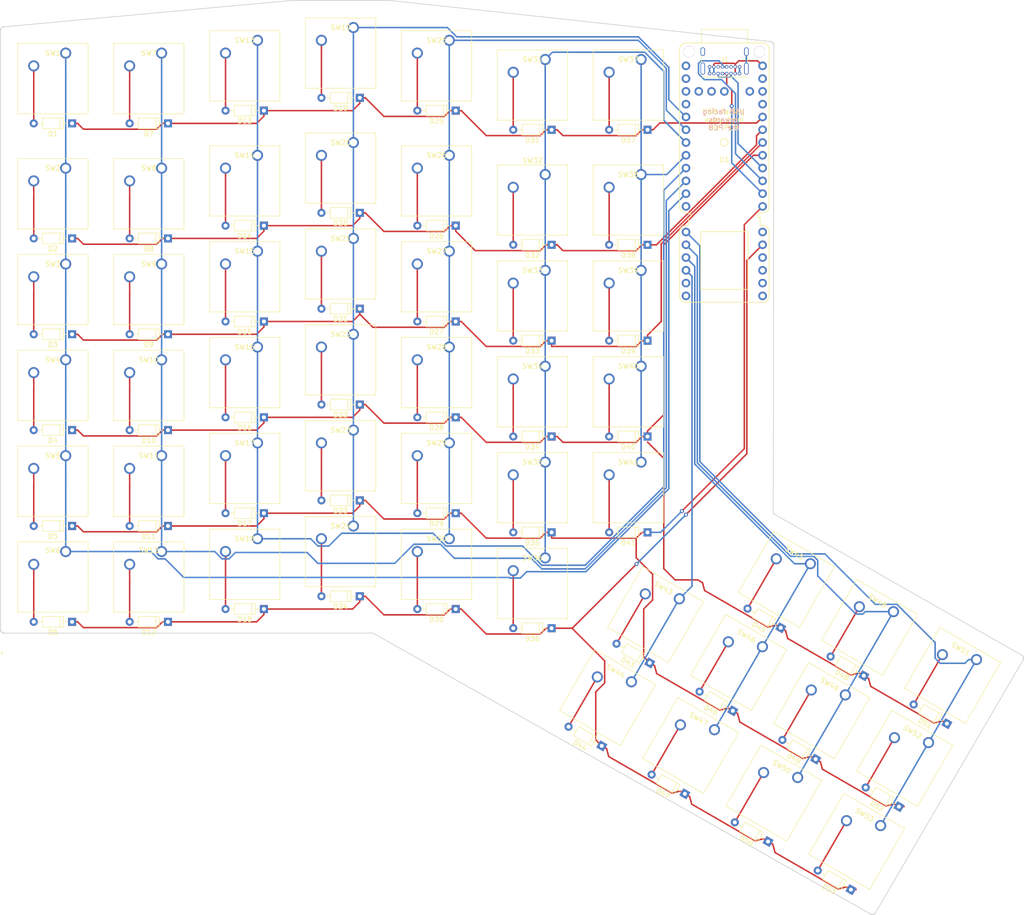
<source format=kicad_pcb>
(kicad_pcb (version 20171130) (host pcbnew 5.0.1)
  (layers (0 F.Cu signal) (31 B.Cu signal) (34 B.Paste user) (35 F.Paste user) (36 B.SilkS user) (37 F.SilkS user) (38 B.Mask user) (39 F.Mask user) (44 Edge.Cuts user))
  (net 0 "")
  (net 1 column1)
  (net 2 "Net-(D1-Pad2)")
  (net 3 "Net-(D2-Pad2)")
  (net 4 "Net-(D3-Pad2)")
  (net 5 "Net-(D4-Pad2)")
  (net 6 "Net-(D5-Pad2)")
  (net 7 "Net-(D6-Pad2)")
  (net 8 column2)
  (net 9 "Net-(D7-Pad2)")
  (net 10 "Net-(D8-Pad2)")
  (net 11 "Net-(D9-Pad2)")
  (net 12 "Net-(D10-Pad2)")
  (net 13 "Net-(D11-Pad2)")
  (net 14 "Net-(D12-Pad2)")
  (net 15 "Net-(D13-Pad2)")
  (net 16 column3)
  (net 17 "Net-(D14-Pad2)")
  (net 18 "Net-(D15-Pad2)")
  (net 19 "Net-(D16-Pad2)")
  (net 20 "Net-(D17-Pad2)")
  (net 21 "Net-(D18-Pad2)")
  (net 22 column4)
  (net 23 "Net-(D19-Pad2)")
  (net 24 "Net-(D20-Pad2)")
  (net 25 "Net-(D21-Pad2)")
  (net 26 "Net-(D22-Pad2)")
  (net 27 "Net-(D23-Pad2)")
  (net 28 "Net-(D24-Pad2)")
  (net 29 "Net-(D25-Pad2)")
  (net 30 column5)
  (net 31 "Net-(D26-Pad2)")
  (net 32 "Net-(D27-Pad2)")
  (net 33 "Net-(D28-Pad2)")
  (net 34 "Net-(D29-Pad2)")
  (net 35 "Net-(D30-Pad2)")
  (net 36 "Net-(D31-Pad2)")
  (net 37 column6)
  (net 38 "Net-(D32-Pad2)")
  (net 39 "Net-(D33-Pad2)")
  (net 40 "Net-(D34-Pad2)")
  (net 41 "Net-(D35-Pad2)")
  (net 42 "Net-(D36-Pad2)")
  (net 43 column7)
  (net 44 "Net-(D37-Pad2)")
  (net 45 "Net-(D38-Pad2)")
  (net 46 "Net-(D39-Pad2)")
  (net 47 "Net-(D40-Pad2)")
  (net 48 "Net-(D41-Pad2)")
  (net 49 row1)
  (net 50 row2)
  (net 51 row3)
  (net 52 row4)
  (net 53 row5)
  (net 54 row6)
  (net 55 "Net-(U1-PadRST)")
  (net 56 "Net-(U1-PadA13)")
  (net 57 "Net-(U1-PadA14)")
  (net 58 "Net-(U1-Pad3.3V)")
  (net 59 "Net-(U1-PadA3|5v)")
  (net 60 "Net-(U1-PadDFU)")
  (net 61 "Net-(U1-PadA15)")
  (net 62 "Net-(U1-PadA8)")
  (net 63 "Net-(U1-PadB0)")
  (net 64 "Net-(U1-PadCHRG)")
  (net 65 "Net-(U1-PadD-)")
  (net 66 "Net-(U1-PadD+)")
  (net 67 "Net-(U1-PadA9)")
  (net 68 "Net-(U1-PadA10)")
  (net 69 "Net-(U1-PadB10)")
  (net 70 "Net-(U1-PadB12)")
  (net 71 column8)
  (net 72 column11)
  (net 73 column9)
  (net 74 "Net-(D53-Pad2)")
  (net 75 "Net-(D52-Pad2)")
  (net 76 "Net-(D51-Pad2)")
  (net 77 "Net-(D50-Pad2)")
  (net 78 "Net-(D49-Pad2)")
  (net 79 "Net-(D48-Pad2)")
  (net 80 "Net-(D46-Pad2)")
  (net 81 "Net-(D45-Pad2)")
  (net 82 "Net-(D44-Pad2)")
  (net 83 "Net-(D43-Pad2)")
  (net 84 "Net-(D47-Pad2)")
  (net 85 column10)
  (net 86 "Net-(J1-PadB6)")
  (net 87 "Net-(J1-PadB5)")
  (net 88 GND)
  (net 89 VBUS)
  (net 90 "Net-(J1-PadS1)")
  (net 91 "Net-(J1-PadA5)")
  (net 92 "Net-(J1-PadA6)")
  (net 93 "Net-(J1-PadB8)")
  (module protonc:proton_c (layer F.Cu) (at 207.01 48.26)
    (fp_text reference U1 (at 0.01 3.39) (layer F.SilkS))
    (fp_text value proton_c)
    (fp_text user "the PCB" (at -0.11 -2.96) (layer B.SilkS) (effects (justify mirror)))
    (fp_text user "away from" (at -0.01 -4.56) (layer F.SilkS))
    (fp_text user "the PCB" (at -0.11 -2.96) (layer F.SilkS))
    (fp_text user towards (at -0.21 -4.56) (layer B.SilkS) (effects (justify mirror)))
    (fp_text user "USB facing" (at -0.11 -6.16) (layer B.SilkS) (effects (justify mirror)))
    (fp_text user "USB facing" (at -0.11 -6.16) (layer F.SilkS))
    (pad RST thru_hole circle (at 7.615 30.47) (size 1.7 1.7) (drill 1) (layers *.Cu *.Mask) (net 55 "Net-(U1-PadRST)"))
    (pad A13 thru_hole circle (at 7.615 27.93) (size 1.7 1.7) (drill 1) (layers *.Cu *.Mask) (net 56 "Net-(U1-PadA13)"))
    (pad B12 thru_hole circle (at 7.615 22.85) (size 1.7 1.7) (drill 1) (layers *.Cu *.Mask) (net 70 "Net-(U1-PadB12)"))
    (pad A14 thru_hole circle (at 7.615 25.39) (size 1.7 1.7) (drill 1) (layers *.Cu *.Mask) (net 57 "Net-(U1-PadA14)"))
    (pad B10 thru_hole circle (at 7.615 17.77) (size 1.7 1.7) (drill 1) (layers *.Cu *.Mask) (net 69 "Net-(U1-PadB10)"))
    (pad B11 thru_hole circle (at 7.615 20.31) (size 1.7 1.7) (drill 1) (layers *.Cu *.Mask) (net 54 row6))
    (pad B9 thru_hole circle (at 7.615 12.69) (size 1.7 1.7) (drill 1) (layers *.Cu *.Mask) (net 53 row5))
    (pad B13 thru_hole circle (at 7.615 5.07) (size 1.7 1.7) (drill 1) (layers *.Cu *.Mask) (net 91 "Net-(J1-PadA5)"))
    (pad B15 thru_hole circle (at 7.615 10.15) (size 1.7 1.7) (drill 1) (layers *.Cu *.Mask) (net 92 "Net-(J1-PadA6)"))
    (pad B14 thru_hole circle (at 7.615 7.61) (size 1.7 1.7) (drill 1) (layers *.Cu *.Mask) (net 86 "Net-(J1-PadB6)"))
    (pad B8 thru_hole circle (at 7.615 2.53) (size 1.7 1.7) (drill 1) (layers *.Cu *.Mask) (net 52 row4))
    (pad A0 thru_hole circle (at 7.615 -0.01) (size 1.7 1.7) (drill 1) (layers *.Cu *.Mask) (net 51 row3))
    (pad A1 thru_hole circle (at 7.615 -2.55) (size 1.7 1.7) (drill 1) (layers *.Cu *.Mask) (net 50 row2))
    (pad 3.3V thru_hole circle (at 7.615 -7.63) (size 1.7 1.7) (drill 1) (layers *.Cu *.Mask) (net 58 "Net-(U1-Pad3.3V)"))
    (pad A3|5v thru_hole circle (at 5.075 -10.17) (size 1.7 1.7) (drill 1) (layers *.Cu *.Mask) (net 59 "Net-(U1-PadA3|5v)"))
    (pad A2 thru_hole circle (at 7.615 -5.09) (size 1.7 1.7) (drill 1) (layers *.Cu *.Mask) (net 49 row1))
    (pad DFU thru_hole circle (at 7.615 -10.17) (size 1.7 1.7) (drill 1) (layers *.Cu *.Mask) (net 60 "Net-(U1-PadDFU)"))
    (pad GND thru_hole circle (at 7.615 -12.71) (size 1.7 1.7) (drill 1) (layers *.Cu *.Mask) (net 88 GND))
    (pad A4 thru_hole circle (at -7.6 17.77) (size 1.7 1.7) (drill 1) (layers *.Cu *.Mask) (net 72 column11))
    (pad A15 thru_hole circle (at -7.6 30.47) (size 1.7 1.7) (drill 1) (layers *.Cu *.Mask) (net 61 "Net-(U1-PadA15)"))
    (pad A6 thru_hole circle (at -7.6 22.85) (size 1.7 1.7) (drill 1) (layers *.Cu *.Mask) (net 73 column9))
    (pad A8 thru_hole circle (at -7.6 27.93) (size 1.7 1.7) (drill 1) (layers *.Cu *.Mask) (net 62 "Net-(U1-PadA8)"))
    (pad A7 thru_hole circle (at -7.6 25.39) (size 1.7 1.7) (drill 1) (layers *.Cu *.Mask) (net 71 column8))
    (pad A5 thru_hole circle (at -7.6 20.31) (size 1.7 1.7) (drill 1) (layers *.Cu *.Mask) (net 85 column10))
    (pad B0 thru_hole circle (at -7.6 12.69) (size 1.7 1.7) (drill 1) (layers *.Cu *.Mask) (net 63 "Net-(U1-PadB0)"))
    (pad B1 thru_hole circle (at -7.6 10.15) (size 1.7 1.7) (drill 1) (layers *.Cu *.Mask) (net 1 column1))
    (pad B2 thru_hole circle (at -7.6 7.61) (size 1.7 1.7) (drill 1) (layers *.Cu *.Mask) (net 8 column2))
    (pad B3 thru_hole circle (at -7.6 5.07) (size 1.7 1.7) (drill 1) (layers *.Cu *.Mask) (net 16 column3))
    (pad B4 thru_hole circle (at -7.6 2.53) (size 1.7 1.7) (drill 1) (layers *.Cu *.Mask) (net 43 column7))
    (pad B5 thru_hole circle (at -7.6 -0.01) (size 1.7 1.7) (drill 1) (layers *.Cu *.Mask) (net 37 column6))
    (pad CHRG thru_hole circle (at 0.02 -10.17) (size 1.7 1.7) (drill 1) (layers *.Cu *.Mask) (net 64 "Net-(U1-PadCHRG)"))
    (pad D- thru_hole circle (at -2.52 -10.17) (size 1.7 1.7) (drill 1) (layers *.Cu *.Mask) (net 65 "Net-(U1-PadD-)"))
    (pad B6 thru_hole circle (at -7.6 -2.55) (size 1.7 1.7) (drill 1) (layers *.Cu *.Mask) (net 30 column5))
    (pad B7 thru_hole circle (at -7.6 -5.09) (size 1.7 1.7) (drill 1) (layers *.Cu *.Mask) (net 22 column4))
    (pad GND thru_hole circle (at -7.6 -7.63) (size 1.7 1.7) (drill 1) (layers *.Cu *.Mask) (net 88 GND))
    (pad GND thru_hole circle (at -7.6 -10.17) (size 1.7 1.7) (drill 1) (layers *.Cu *.Mask) (net 88 GND))
    (pad D+ thru_hole circle (at -5.06 -10.17) (size 1.7 1.7) (drill 1) (layers *.Cu *.Mask) (net 66 "Net-(U1-PadD+)"))
    (pad A9 thru_hole circle (at -7.6 -15.25) (size 1.7 1.7) (drill 1) (layers *.Cu *.Mask) (net 67 "Net-(U1-PadA9)"))
    (pad SCRE thru_hole circle (at -6.9904 -18.0748) (size 2.2 2.2) (drill 2.2) (layers *.Cu *.Mask))
    (pad SCRE thru_hole circle (at 7.005 -18.0748) (size 2.2 2.2) (drill 2.2) (layers *.Cu *.Mask))
    (pad A10 thru_hole circle (at -7.6 -12.71) (size 1.7 1.7) (drill 1) (layers *.Cu *.Mask) (net 68 "Net-(U1-PadA10)"))
    (pad 5V thru_hole circle (at 7.615 -15.25) (size 1.7 1.7) (drill 1) (layers *.Cu *.Mask) (net 89 VBUS))
  )
  (module Connectors_USB:USB_C_Receptacle_GCT_USB4085 (layer F.Cu) (at 210.05 34.55 180)
    (fp_text reference J1 (at 2.975 2.8 180) (layer F.SilkS))
    (fp_text value USB_C_Receptacle)
    (pad A1 thru_hole circle (at 0 0 180) (size 0.7 0.7) (drill 0.4) (layers *.Cu *.Mask) (net 88 GND))
    (pad A4 thru_hole circle (at 0.85 0 180) (size 0.7 0.7) (drill 0.4) (layers *.Cu *.Mask) (net 89 VBUS))
    (pad A5 thru_hole circle (at 1.7 0 180) (size 0.7 0.7) (drill 0.4) (layers *.Cu *.Mask) (net 91 "Net-(J1-PadA5)"))
    (pad A6 thru_hole circle (at 2.55 0 180) (size 0.7 0.7) (drill 0.4) (layers *.Cu *.Mask) (net 92 "Net-(J1-PadA6)"))
    (pad A7 thru_hole circle (at 3.4 0 180) (size 0.7 0.7) (drill 0.4) (layers *.Cu *.Mask) (net 92 "Net-(J1-PadA6)"))
    (pad A8 thru_hole circle (at 4.25 0 180) (size 0.7 0.7) (drill 0.4) (layers *.Cu *.Mask) (net 91 "Net-(J1-PadA5)"))
    (pad A9 thru_hole circle (at 5.1 0 180) (size 0.7 0.7) (drill 0.4) (layers *.Cu *.Mask) (net 89 VBUS))
    (pad A12 thru_hole circle (at 5.95 0 180) (size 0.7 0.7) (drill 0.4) (layers *.Cu *.Mask) (net 88 GND))
    (pad B9 thru_hole circle (at 0.85 1.35 180) (size 0.7 0.7) (drill 0.4) (layers *.Cu *.Mask) (net 89 VBUS))
    (pad B7 thru_hole circle (at 2.55 1.35 180) (size 0.7 0.7) (drill 0.4) (layers *.Cu *.Mask) (net 86 "Net-(J1-PadB6)"))
    (pad B8 thru_hole circle (at 1.7 1.35 180) (size 0.7 0.7) (drill 0.4) (layers *.Cu *.Mask) (net 93 "Net-(J1-PadB8)"))
    (pad B12 thru_hole circle (at 0 1.35 180) (size 0.7 0.7) (drill 0.4) (layers *.Cu *.Mask) (net 88 GND))
    (pad B5 thru_hole circle (at 4.25 1.35 180) (size 0.7 0.7) (drill 0.4) (layers *.Cu *.Mask) (net 87 "Net-(J1-PadB5)"))
    (pad B4 thru_hole circle (at 5.1 1.35 180) (size 0.7 0.7) (drill 0.4) (layers *.Cu *.Mask) (net 89 VBUS))
    (pad B1 thru_hole circle (at 5.95 1.35 180) (size 0.7 0.7) (drill 0.4) (layers *.Cu *.Mask) (net 88 GND))
    (pad B6 thru_hole circle (at 3.4 1.35 180) (size 0.7 0.7) (drill 0.4) (layers *.Cu *.Mask) (net 86 "Net-(J1-PadB6)"))
    (pad S1 thru_hole oval (at -1.35 0.98 180) (size 0.9 2.4) (drill oval 0.6 2.1) (layers *.Cu *.Mask) (net 90 "Net-(J1-PadS1)"))
    (pad S1 thru_hole oval (at 7.3 0.98 180) (size 0.9 2.4) (drill oval 0.6 2.1) (layers *.Cu *.Mask) (net 90 "Net-(J1-PadS1)"))
    (pad S1 thru_hole oval (at -1.35 4.36 180) (size 0.9 1.7) (drill oval 0.6 1.4) (layers *.Cu *.Mask) (net 90 "Net-(J1-PadS1)"))
    (pad S1 thru_hole oval (at 7.3 4.36 180) (size 0.9 1.7) (drill oval 0.6 1.4) (layers *.Cu *.Mask) (net 90 "Net-(J1-PadS1)"))
  )
  (module Button_Switch_keyboard:SW_Cherry_MX_1.00u_PCB (layer F.Cu) (at 224.122345 131.962965 330)
    (fp_text reference SW45 (at -3.81 -0.254 330) (layer F.SilkS))
    (fp_text value SW_Push)
    (pad "" np_thru_hole circle (at 2.54 5.08 330) (size 1.7 1.7) (drill 1.7) (layers *.Cu *.Mask))
    (pad "" np_thru_hole circle (at -7.62 5.08 330) (size 1.7 1.7) (drill 1.7) (layers *.Cu *.Mask))
    (pad "" np_thru_hole circle (at -2.54 5.08 330) (size 4 4) (drill 4) (layers *.Cu *.Mask))
    (pad 2 thru_hole circle (at -6.349999 2.54 330) (size 2.2 2.2) (drill 1.5) (layers *.Cu *.Mask) (net 81 "Net-(D45-Pad2)"))
    (pad 1 thru_hole circle (at 0 0 330) (size 2.2 2.2) (drill 1.5) (layers *.Cu *.Mask) (net 73 column9))
  )
  (module Button_Switch_keyboard:SW_Cherry_MX_1.00u_PCB (layer F.Cu) (at 257.117913 151.012965 330)
    (fp_text reference SW51 (at -3.81 -0.254 330) (layer F.SilkS))
    (fp_text value SW_Push)
    (pad "" np_thru_hole circle (at 2.54 5.08 330) (size 1.7 1.7) (drill 1.7) (layers *.Cu *.Mask))
    (pad "" np_thru_hole circle (at -7.62 5.08 330) (size 1.7 1.7) (drill 1.7) (layers *.Cu *.Mask))
    (pad "" np_thru_hole circle (at -2.54 5.08 330) (size 4 4) (drill 4) (layers *.Cu *.Mask))
    (pad 2 thru_hole circle (at -6.349999 2.54 330) (size 2.2 2.2) (drill 1.5) (layers *.Cu *.Mask) (net 76 "Net-(D51-Pad2)"))
    (pad 1 thru_hole circle (at 0 0 330) (size 2.2 2.2) (drill 1.5) (layers *.Cu *.Mask) (net 72 column11))
  )
  (module Diodes_ThroughHole:D_DO-35_SOD27_P7.62mm_Horizontal (layer F.Cu) (at 225.167375 170.797118 150)
    (fp_text reference D49 (at 3.81 -2.06 150) (layer F.SilkS))
    (fp_text value 1N4148)
    (pad 2 thru_hole oval (at 7.62 0 150) (size 1.6 1.6) (drill 0.8) (layers *.Cu *.Mask) (net 78 "Net-(D49-Pad2)"))
    (pad 1 thru_hole rect (at 0 0 150) (size 1.6 1.6) (drill 0.8) (layers *.Cu *.Mask) (net 53 row5))
  )
  (module Button_Switch_keyboard:SW_Cherry_MX_1.00u_PCB (layer F.Cu) (at 240.620129 141.487965 330)
    (fp_text reference SW48 (at -3.81 -0.254 330) (layer F.SilkS))
    (fp_text value SW_Push)
    (pad 1 thru_hole circle (at 0 0 330) (size 2.2 2.2) (drill 1.5) (layers *.Cu *.Mask) (net 85 column10))
    (pad 2 thru_hole circle (at -6.349999 2.54 330) (size 2.2 2.2) (drill 1.5) (layers *.Cu *.Mask) (net 79 "Net-(D48-Pad2)"))
    (pad "" np_thru_hole circle (at -2.54 5.08 330) (size 4 4) (drill 4) (layers *.Cu *.Mask))
    (pad "" np_thru_hole circle (at -7.62 5.08 330) (size 1.7 1.7) (drill 1.7) (layers *.Cu *.Mask))
    (pad "" np_thru_hole circle (at 2.54 5.08 330) (size 1.7 1.7) (drill 1.7) (layers *.Cu *.Mask))
  )
  (module Button_Switch_keyboard:SW_Cherry_MX_1.00u_PCB (layer F.Cu) (at 238.067914 184.008534 330)
    (fp_text reference SW53 (at -3.81 -0.254 330) (layer F.SilkS))
    (fp_text value SW_Push)
    (pad "" np_thru_hole circle (at 2.54 5.08 330) (size 1.7 1.7) (drill 1.7) (layers *.Cu *.Mask))
    (pad "" np_thru_hole circle (at -7.62 5.08 330) (size 1.7 1.7) (drill 1.7) (layers *.Cu *.Mask))
    (pad "" np_thru_hole circle (at -2.54 5.08 330) (size 4 4) (drill 4) (layers *.Cu *.Mask))
    (pad 2 thru_hole circle (at -6.349999 2.54 330) (size 2.2 2.2) (drill 1.5) (layers *.Cu *.Mask) (net 74 "Net-(D53-Pad2)"))
    (pad 1 thru_hole circle (at 0 0 330) (size 2.2 2.2) (drill 1.5) (layers *.Cu *.Mask) (net 72 column11))
  )
  (module Button_Switch_keyboard:SW_Cherry_MX_1.00u_PCB (layer F.Cu) (at 247.592912 167.51075 330)
    (fp_text reference SW52 (at -3.81 -0.254 330) (layer F.SilkS))
    (fp_text value SW_Push)
    (pad 1 thru_hole circle (at 0 0 330) (size 2.2 2.2) (drill 1.5) (layers *.Cu *.Mask) (net 72 column11))
    (pad 2 thru_hole circle (at -6.349999 2.54 330) (size 2.2 2.2) (drill 1.5) (layers *.Cu *.Mask) (net 75 "Net-(D52-Pad2)"))
    (pad "" np_thru_hole circle (at -2.54 5.08 330) (size 4 4) (drill 4) (layers *.Cu *.Mask))
    (pad "" np_thru_hole circle (at -7.62 5.08 330) (size 1.7 1.7) (drill 1.7) (layers *.Cu *.Mask))
    (pad "" np_thru_hole circle (at 2.54 5.08 330) (size 1.7 1.7) (drill 1.7) (layers *.Cu *.Mask))
  )
  (module Button_Switch_keyboard:SW_Cherry_MX_1.00u_PCB (layer F.Cu) (at 221.595129 174.440232 330)
    (fp_text reference SW50 (at -3.81 -0.254 330) (layer F.SilkS))
    (fp_text value SW_Push)
    (pad 1 thru_hole circle (at 0 0 330) (size 2.2 2.2) (drill 1.5) (layers *.Cu *.Mask) (net 85 column10))
    (pad 2 thru_hole circle (at -6.349999 2.54 330) (size 2.2 2.2) (drill 1.5) (layers *.Cu *.Mask) (net 77 "Net-(D50-Pad2)"))
    (pad "" np_thru_hole circle (at -2.54 5.08 330) (size 4 4) (drill 4) (layers *.Cu *.Mask))
    (pad "" np_thru_hole circle (at -7.62 5.08 330) (size 1.7 1.7) (drill 1.7) (layers *.Cu *.Mask))
    (pad "" np_thru_hole circle (at 2.54 5.08 330) (size 1.7 1.7) (drill 1.7) (layers *.Cu *.Mask))
  )
  (module Button_Switch_keyboard:SW_Cherry_MX_1.00u_PCB (layer F.Cu) (at 231.070129 158.029052 330)
    (fp_text reference SW49 (at -3.81 -0.254 330) (layer F.SilkS))
    (fp_text value SW_Push)
    (pad "" np_thru_hole circle (at 2.54 5.08 330) (size 1.7 1.7) (drill 1.7) (layers *.Cu *.Mask))
    (pad "" np_thru_hole circle (at -7.62 5.08 330) (size 1.7 1.7) (drill 1.7) (layers *.Cu *.Mask))
    (pad "" np_thru_hole circle (at -2.54 5.08 330) (size 4 4) (drill 4) (layers *.Cu *.Mask))
    (pad 2 thru_hole circle (at -6.349999 2.54 330) (size 2.2 2.2) (drill 1.5) (layers *.Cu *.Mask) (net 78 "Net-(D49-Pad2)"))
    (pad 1 thru_hole circle (at 0 0 330) (size 2.2 2.2) (drill 1.5) (layers *.Cu *.Mask) (net 85 column10))
  )
  (module Button_Switch_keyboard:SW_Cherry_MX_1.00u_PCB (layer F.Cu) (at 205.072344 164.958533 330)
    (fp_text reference SW47 (at -3.81 -0.254 330) (layer F.SilkS))
    (fp_text value SW_Push)
    (pad "" np_thru_hole circle (at 2.54 5.08 330) (size 1.7 1.7) (drill 1.7) (layers *.Cu *.Mask))
    (pad "" np_thru_hole circle (at -7.62 5.08 330) (size 1.7 1.7) (drill 1.7) (layers *.Cu *.Mask))
    (pad "" np_thru_hole circle (at -2.54 5.08 330) (size 4 4) (drill 4) (layers *.Cu *.Mask))
    (pad 2 thru_hole circle (at -6.349999 2.54 330) (size 2.2 2.2) (drill 1.5) (layers *.Cu *.Mask) (net 84 "Net-(D47-Pad2)"))
    (pad 1 thru_hole circle (at 0 0 330) (size 2.2 2.2) (drill 1.5) (layers *.Cu *.Mask) (net 73 column9))
  )
  (module Button_Switch_keyboard:SW_Cherry_MX_1.00u_PCB (layer F.Cu) (at 214.597344 148.460749 330)
    (fp_text reference SW46 (at -3.81 -0.254 330) (layer F.SilkS))
    (fp_text value SW_Push)
    (pad 1 thru_hole circle (at 0 0 330) (size 2.2 2.2) (drill 1.5) (layers *.Cu *.Mask) (net 73 column9))
    (pad 2 thru_hole circle (at -6.349999 2.54 330) (size 2.2 2.2) (drill 1.5) (layers *.Cu *.Mask) (net 80 "Net-(D46-Pad2)"))
    (pad "" np_thru_hole circle (at -2.54 5.08 330) (size 4 4) (drill 4) (layers *.Cu *.Mask))
    (pad "" np_thru_hole circle (at -7.62 5.08 330) (size 1.7 1.7) (drill 1.7) (layers *.Cu *.Mask))
    (pad "" np_thru_hole circle (at 2.54 5.08 330) (size 1.7 1.7) (drill 1.7) (layers *.Cu *.Mask))
  )
  (module Button_Switch_keyboard:SW_Cherry_MX_1.00u_PCB (layer F.Cu) (at 188.57456 155.433533 330)
    (fp_text reference SW44 (at -3.81 -0.254 330) (layer F.SilkS))
    (fp_text value SW_Push)
    (pad 1 thru_hole circle (at 0 0 330) (size 2.2 2.2) (drill 1.5) (layers *.Cu *.Mask) (net 71 column8))
    (pad 2 thru_hole circle (at -6.349999 2.54 330) (size 2.2 2.2) (drill 1.5) (layers *.Cu *.Mask) (net 82 "Net-(D44-Pad2)"))
    (pad "" np_thru_hole circle (at -2.54 5.08 330) (size 4 4) (drill 4) (layers *.Cu *.Mask))
    (pad "" np_thru_hole circle (at -7.62 5.08 330) (size 1.7 1.7) (drill 1.7) (layers *.Cu *.Mask))
    (pad "" np_thru_hole circle (at 2.54 5.08 330) (size 1.7 1.7) (drill 1.7) (layers *.Cu *.Mask))
  )
  (module Button_Switch_keyboard:SW_Cherry_MX_1.00u_PCB (layer F.Cu) (at 198.09956 138.935749 330)
    (fp_text reference SW43 (at -3.81 -0.254 330) (layer F.SilkS))
    (fp_text value SW_Push)
    (pad "" np_thru_hole circle (at 2.54 5.08 330) (size 1.7 1.7) (drill 1.7) (layers *.Cu *.Mask))
    (pad "" np_thru_hole circle (at -7.62 5.08 330) (size 1.7 1.7) (drill 1.7) (layers *.Cu *.Mask))
    (pad "" np_thru_hole circle (at -2.54 5.08 330) (size 4 4) (drill 4) (layers *.Cu *.Mask))
    (pad 2 thru_hole circle (at -6.349999 2.54 330) (size 2.2 2.2) (drill 1.5) (layers *.Cu *.Mask) (net 83 "Net-(D43-Pad2)"))
    (pad 1 thru_hole circle (at 0 0 330) (size 2.2 2.2) (drill 1.5) (layers *.Cu *.Mask) (net 71 column8))
  )
  (module Diodes_ThroughHole:D_DO-35_SOD27_P7.62mm_Horizontal (layer F.Cu) (at 199.187196 177.691909 150)
    (fp_text reference D47 (at 3.81 -2.06 150) (layer F.SilkS))
    (fp_text value 1N4148)
    (pad 1 thru_hole rect (at 0 0 150) (size 1.6 1.6) (drill 0.8) (layers *.Cu *.Mask) (net 54 row6))
    (pad 2 thru_hole oval (at 7.62 0 150) (size 1.6 1.6) (drill 0.8) (layers *.Cu *.Mask) (net 84 "Net-(D47-Pad2)"))
  )
  (module Diodes_ThroughHole:D_DO-35_SOD27_P7.62mm_Horizontal (layer F.Cu) (at 192.214414 151.669126 150)
    (fp_text reference D43 (at 3.81 -2.06 150) (layer F.SilkS))
    (fp_text value 1N4148)
    (pad 2 thru_hole oval (at 7.62 0 150) (size 1.6 1.6) (drill 0.8) (layers *.Cu *.Mask) (net 83 "Net-(D43-Pad2)"))
    (pad 1 thru_hole rect (at 0 0 150) (size 1.6 1.6) (drill 0.8) (layers *.Cu *.Mask) (net 53 row5))
  )
  (module Diodes_ThroughHole:D_DO-35_SOD27_P7.62mm_Horizontal (layer F.Cu) (at 182.689414 168.16691 150)
    (fp_text reference D44 (at 3.81 -2.06 150) (layer F.SilkS))
    (fp_text value 1N4148)
    (pad 1 thru_hole rect (at 0 0 150) (size 1.6 1.6) (drill 0.8) (layers *.Cu *.Mask) (net 54 row6))
    (pad 2 thru_hole oval (at 7.62 0 150) (size 1.6 1.6) (drill 0.8) (layers *.Cu *.Mask) (net 82 "Net-(D44-Pad2)"))
  )
  (module Diodes_ThroughHole:D_DO-35_SOD27_P7.62mm_Horizontal (layer F.Cu) (at 218.237198 144.696341 150)
    (fp_text reference D45 (at 3.81 -2.06 150) (layer F.SilkS))
    (fp_text value 1N4148)
    (pad 2 thru_hole oval (at 7.62 0 150) (size 1.6 1.6) (drill 0.8) (layers *.Cu *.Mask) (net 81 "Net-(D45-Pad2)"))
    (pad 1 thru_hole rect (at 0 0 150) (size 1.6 1.6) (drill 0.8) (layers *.Cu *.Mask) (net 52 row4))
  )
  (module Diodes_ThroughHole:D_DO-35_SOD27_P7.62mm_Horizontal (layer F.Cu) (at 208.712196 161.194125 150)
    (fp_text reference D46 (at 3.81 -2.06 150) (layer F.SilkS))
    (fp_text value 1N4148)
    (pad 1 thru_hole rect (at 0 0 150) (size 1.6 1.6) (drill 0.8) (layers *.Cu *.Mask) (net 53 row5))
    (pad 2 thru_hole oval (at 7.62 0 150) (size 1.6 1.6) (drill 0.8) (layers *.Cu *.Mask) (net 80 "Net-(D46-Pad2)"))
  )
  (module Diodes_ThroughHole:D_DO-35_SOD27_P7.62mm_Horizontal (layer F.Cu) (at 234.734982 154.22134 150)
    (fp_text reference D48 (at 3.81 -2.06 150) (layer F.SilkS))
    (fp_text value 1N4148)
    (pad 2 thru_hole oval (at 7.62 0 150) (size 1.6 1.6) (drill 0.8) (layers *.Cu *.Mask) (net 79 "Net-(D48-Pad2)"))
    (pad 1 thru_hole rect (at 0 0 150) (size 1.6 1.6) (drill 0.8) (layers *.Cu *.Mask) (net 52 row4))
  )
  (module Diodes_ThroughHole:D_DO-35_SOD27_P7.62mm_Horizontal (layer F.Cu) (at 215.709979 187.173607 150)
    (fp_text reference D50 (at 3.81 -2.06 150) (layer F.SilkS))
    (fp_text value 1N4148)
    (pad 2 thru_hole oval (at 7.62 0 150) (size 1.6 1.6) (drill 0.8) (layers *.Cu *.Mask) (net 77 "Net-(D50-Pad2)"))
    (pad 1 thru_hole rect (at 0 0 150) (size 1.6 1.6) (drill 0.8) (layers *.Cu *.Mask) (net 54 row6))
  )
  (module Diodes_ThroughHole:D_DO-35_SOD27_P7.62mm_Horizontal (layer F.Cu) (at 251.232764 163.746341 150)
    (fp_text reference D51 (at 3.81 -2.06 150) (layer F.SilkS))
    (fp_text value 1N4148)
    (pad 1 thru_hole rect (at 0 0 150) (size 1.6 1.6) (drill 0.8) (layers *.Cu *.Mask) (net 52 row4))
    (pad 2 thru_hole oval (at 7.62 0 150) (size 1.6 1.6) (drill 0.8) (layers *.Cu *.Mask) (net 76 "Net-(D51-Pad2)"))
  )
  (module Diodes_ThroughHole:D_DO-35_SOD27_P7.62mm_Horizontal (layer F.Cu) (at 241.707764 180.244125 150)
    (fp_text reference D52 (at 3.81 -2.06 150) (layer F.SilkS))
    (fp_text value 1N4148)
    (pad 2 thru_hole oval (at 7.62 0 150) (size 1.6 1.6) (drill 0.8) (layers *.Cu *.Mask) (net 75 "Net-(D52-Pad2)"))
    (pad 1 thru_hole rect (at 0 0 150) (size 1.6 1.6) (drill 0.8) (layers *.Cu *.Mask) (net 53 row5))
  )
  (module Diodes_ThroughHole:D_DO-35_SOD27_P7.62mm_Horizontal (layer F.Cu) (at 232.182764 196.741909 150)
    (fp_text reference D53 (at 3.81 -2.06 150) (layer F.SilkS))
    (fp_text value 1N4148)
    (pad 1 thru_hole rect (at 0 0 150) (size 1.6 1.6) (drill 0.8) (layers *.Cu *.Mask) (net 54 row6))
    (pad 2 thru_hole oval (at 7.62 0 150) (size 1.6 1.6) (drill 0.8) (layers *.Cu *.Mask) (net 74 "Net-(D53-Pad2)"))
  )
  (module Button_Switch_keyboard:SW_Cherry_MX_1.00u_PCB (layer F.Cu) (at 76.2 30.48)
    (fp_text reference SW1 (at -2.54 0) (layer F.SilkS))
    (fp_text value SW_Push)
    (pad 1 thru_hole circle (at 0 0) (size 2.2 2.2) (drill 1.5) (layers *.Cu *.Mask) (net 1 column1))
    (pad 2 thru_hole circle (at -6.35 2.54) (size 2.2 2.2) (drill 1.5) (layers *.Cu *.Mask) (net 2 "Net-(D1-Pad2)"))
    (pad "" np_thru_hole circle (at -2.54 5.08) (size 4 4) (drill 4) (layers *.Cu *.Mask))
    (pad "" np_thru_hole circle (at -7.62 5.08) (size 1.7 1.7) (drill 1.7) (layers *.Cu *.Mask))
    (pad "" np_thru_hole circle (at 2.54 5.08) (size 1.7 1.7) (drill 1.7) (layers *.Cu *.Mask))
  )
  (module Button_Switch_keyboard:SW_Cherry_MX_1.00u_PCB (layer F.Cu) (at 114.3 27.94)
    (fp_text reference SW13 (at -2.54 0) (layer F.SilkS))
    (fp_text value SW_Push)
    (pad "" np_thru_hole circle (at 2.54 5.08) (size 1.7 1.7) (drill 1.7) (layers *.Cu *.Mask))
    (pad "" np_thru_hole circle (at -7.62 5.08) (size 1.7 1.7) (drill 1.7) (layers *.Cu *.Mask))
    (pad "" np_thru_hole circle (at -2.54 5.08) (size 4 4) (drill 4) (layers *.Cu *.Mask))
    (pad 2 thru_hole circle (at -6.35 2.54) (size 2.2 2.2) (drill 1.5) (layers *.Cu *.Mask) (net 15 "Net-(D13-Pad2)"))
    (pad 1 thru_hole circle (at 0 0) (size 2.2 2.2) (drill 1.5) (layers *.Cu *.Mask) (net 16 column3))
  )
  (module Button_Switch_keyboard:SW_Cherry_MX_1.00u_PCB (layer F.Cu) (at 171.45 31.75)
    (fp_text reference SW31 (at -2.54 0) (layer F.SilkS))
    (fp_text value SW_Push)
    (pad "" np_thru_hole circle (at 2.54 5.08) (size 1.7 1.7) (drill 1.7) (layers *.Cu *.Mask))
    (pad "" np_thru_hole circle (at -7.62 5.08) (size 1.7 1.7) (drill 1.7) (layers *.Cu *.Mask))
    (pad "" np_thru_hole circle (at -2.54 5.08) (size 4 4) (drill 4) (layers *.Cu *.Mask))
    (pad 2 thru_hole circle (at -6.35 2.54) (size 2.2 2.2) (drill 1.5) (layers *.Cu *.Mask) (net 36 "Net-(D31-Pad2)"))
    (pad 1 thru_hole circle (at 0 0) (size 2.2 2.2) (drill 1.5) (layers *.Cu *.Mask) (net 37 column6))
  )
  (module Button_Switch_keyboard:SW_Cherry_MX_1.00u_PCB (layer F.Cu) (at 76.2 53.34)
    (fp_text reference SW2 (at -2.54 0) (layer F.SilkS))
    (fp_text value SW_Push)
    (pad 1 thru_hole circle (at 0 0) (size 2.2 2.2) (drill 1.5) (layers *.Cu *.Mask) (net 1 column1))
    (pad 2 thru_hole circle (at -6.35 2.54) (size 2.2 2.2) (drill 1.5) (layers *.Cu *.Mask) (net 3 "Net-(D2-Pad2)"))
    (pad "" np_thru_hole circle (at -2.54 5.08) (size 4 4) (drill 4) (layers *.Cu *.Mask))
    (pad "" np_thru_hole circle (at -7.62 5.08) (size 1.7 1.7) (drill 1.7) (layers *.Cu *.Mask))
    (pad "" np_thru_hole circle (at 2.54 5.08) (size 1.7 1.7) (drill 1.7) (layers *.Cu *.Mask))
  )
  (module Button_Switch_keyboard:SW_Cherry_MX_1.00u_PCB (layer F.Cu) (at 76.2 72.39)
    (fp_text reference SW3 (at -2.54 0) (layer F.SilkS))
    (fp_text value SW_Push)
    (pad "" np_thru_hole circle (at 2.54 5.08) (size 1.7 1.7) (drill 1.7) (layers *.Cu *.Mask))
    (pad "" np_thru_hole circle (at -7.62 5.08) (size 1.7 1.7) (drill 1.7) (layers *.Cu *.Mask))
    (pad "" np_thru_hole circle (at -2.54 5.08) (size 4 4) (drill 4) (layers *.Cu *.Mask))
    (pad 2 thru_hole circle (at -6.35 2.54) (size 2.2 2.2) (drill 1.5) (layers *.Cu *.Mask) (net 4 "Net-(D3-Pad2)"))
    (pad 1 thru_hole circle (at 0 0) (size 2.2 2.2) (drill 1.5) (layers *.Cu *.Mask) (net 1 column1))
  )
  (module Button_Switch_keyboard:SW_Cherry_MX_1.00u_PCB (layer F.Cu) (at 76.2 91.44)
    (fp_text reference SW4 (at -2.54 0) (layer F.SilkS))
    (fp_text value SW_Push)
    (pad "" np_thru_hole circle (at 2.54 5.08) (size 1.7 1.7) (drill 1.7) (layers *.Cu *.Mask))
    (pad "" np_thru_hole circle (at -7.62 5.08) (size 1.7 1.7) (drill 1.7) (layers *.Cu *.Mask))
    (pad "" np_thru_hole circle (at -2.54 5.08) (size 4 4) (drill 4) (layers *.Cu *.Mask))
    (pad 2 thru_hole circle (at -6.35 2.54) (size 2.2 2.2) (drill 1.5) (layers *.Cu *.Mask) (net 5 "Net-(D4-Pad2)"))
    (pad 1 thru_hole circle (at 0 0) (size 2.2 2.2) (drill 1.5) (layers *.Cu *.Mask) (net 1 column1))
  )
  (module Button_Switch_keyboard:SW_Cherry_MX_1.00u_PCB (layer F.Cu) (at 76.2 110.49)
    (fp_text reference SW5 (at -2.54 0) (layer F.SilkS))
    (fp_text value SW_Push)
    (pad "" np_thru_hole circle (at 2.54 5.08) (size 1.7 1.7) (drill 1.7) (layers *.Cu *.Mask))
    (pad "" np_thru_hole circle (at -7.62 5.08) (size 1.7 1.7) (drill 1.7) (layers *.Cu *.Mask))
    (pad "" np_thru_hole circle (at -2.54 5.08) (size 4 4) (drill 4) (layers *.Cu *.Mask))
    (pad 2 thru_hole circle (at -6.35 2.54) (size 2.2 2.2) (drill 1.5) (layers *.Cu *.Mask) (net 6 "Net-(D5-Pad2)"))
    (pad 1 thru_hole circle (at 0 0) (size 2.2 2.2) (drill 1.5) (layers *.Cu *.Mask) (net 1 column1))
  )
  (module Button_Switch_keyboard:SW_Cherry_MX_1.00u_PCB (layer F.Cu) (at 76.2 129.54)
    (fp_text reference SW6 (at -2.54 -0.254) (layer F.SilkS))
    (fp_text value SW_Push)
    (pad 1 thru_hole circle (at 0 0) (size 2.2 2.2) (drill 1.5) (layers *.Cu *.Mask) (net 1 column1))
    (pad 2 thru_hole circle (at -6.35 2.54) (size 2.2 2.2) (drill 1.5) (layers *.Cu *.Mask) (net 7 "Net-(D6-Pad2)"))
    (pad "" np_thru_hole circle (at -2.54 5.08) (size 4 4) (drill 4) (layers *.Cu *.Mask))
    (pad "" np_thru_hole circle (at -7.62 5.08) (size 1.7 1.7) (drill 1.7) (layers *.Cu *.Mask))
    (pad "" np_thru_hole circle (at 2.54 5.08) (size 1.7 1.7) (drill 1.7) (layers *.Cu *.Mask))
  )
  (module Button_Switch_keyboard:SW_Cherry_MX_1.00u_PCB (layer F.Cu) (at 95.25 30.48)
    (fp_text reference SW7 (at -2.54 0) (layer F.SilkS))
    (fp_text value SW_Push)
    (pad 1 thru_hole circle (at 0 0) (size 2.2 2.2) (drill 1.5) (layers *.Cu *.Mask) (net 8 column2))
    (pad 2 thru_hole circle (at -6.35 2.54) (size 2.2 2.2) (drill 1.5) (layers *.Cu *.Mask) (net 9 "Net-(D7-Pad2)"))
    (pad "" np_thru_hole circle (at -2.54 5.08) (size 4 4) (drill 4) (layers *.Cu *.Mask))
    (pad "" np_thru_hole circle (at -7.62 5.08) (size 1.7 1.7) (drill 1.7) (layers *.Cu *.Mask))
    (pad "" np_thru_hole circle (at 2.54 5.08) (size 1.7 1.7) (drill 1.7) (layers *.Cu *.Mask))
  )
  (module Button_Switch_keyboard:SW_Cherry_MX_1.00u_PCB (layer F.Cu) (at 95.25 53.34)
    (fp_text reference SW8 (at -2.54 0) (layer F.SilkS))
    (fp_text value SW_Push)
    (pad "" np_thru_hole circle (at 2.54 5.08) (size 1.7 1.7) (drill 1.7) (layers *.Cu *.Mask))
    (pad "" np_thru_hole circle (at -7.62 5.08) (size 1.7 1.7) (drill 1.7) (layers *.Cu *.Mask))
    (pad "" np_thru_hole circle (at -2.54 5.08) (size 4 4) (drill 4) (layers *.Cu *.Mask))
    (pad 2 thru_hole circle (at -6.35 2.54) (size 2.2 2.2) (drill 1.5) (layers *.Cu *.Mask) (net 10 "Net-(D8-Pad2)"))
    (pad 1 thru_hole circle (at 0 0) (size 2.2 2.2) (drill 1.5) (layers *.Cu *.Mask) (net 8 column2))
  )
  (module Button_Switch_keyboard:SW_Cherry_MX_1.00u_PCB (layer F.Cu) (at 95.25 72.39)
    (fp_text reference SW9 (at -2.54 0) (layer F.SilkS))
    (fp_text value SW_Push)
    (pad 1 thru_hole circle (at 0 0) (size 2.2 2.2) (drill 1.5) (layers *.Cu *.Mask) (net 8 column2))
    (pad 2 thru_hole circle (at -6.35 2.54) (size 2.2 2.2) (drill 1.5) (layers *.Cu *.Mask) (net 11 "Net-(D9-Pad2)"))
    (pad "" np_thru_hole circle (at -2.54 5.08) (size 4 4) (drill 4) (layers *.Cu *.Mask))
    (pad "" np_thru_hole circle (at -7.62 5.08) (size 1.7 1.7) (drill 1.7) (layers *.Cu *.Mask))
    (pad "" np_thru_hole circle (at 2.54 5.08) (size 1.7 1.7) (drill 1.7) (layers *.Cu *.Mask))
  )
  (module Button_Switch_keyboard:SW_Cherry_MX_1.00u_PCB (layer F.Cu) (at 95.25 91.44)
    (fp_text reference SW10 (at -2.54 0) (layer F.SilkS))
    (fp_text value SW_Push)
    (pad 1 thru_hole circle (at 0 0) (size 2.2 2.2) (drill 1.5) (layers *.Cu *.Mask) (net 8 column2))
    (pad 2 thru_hole circle (at -6.35 2.54) (size 2.2 2.2) (drill 1.5) (layers *.Cu *.Mask) (net 12 "Net-(D10-Pad2)"))
    (pad "" np_thru_hole circle (at -2.54 5.08) (size 4 4) (drill 4) (layers *.Cu *.Mask))
    (pad "" np_thru_hole circle (at -7.62 5.08) (size 1.7 1.7) (drill 1.7) (layers *.Cu *.Mask))
    (pad "" np_thru_hole circle (at 2.54 5.08) (size 1.7 1.7) (drill 1.7) (layers *.Cu *.Mask))
  )
  (module Button_Switch_keyboard:SW_Cherry_MX_1.00u_PCB (layer F.Cu) (at 95.25 110.49)
    (fp_text reference SW11 (at -2.54 0) (layer F.SilkS))
    (fp_text value SW_Push)
    (pad "" np_thru_hole circle (at 2.54 5.08) (size 1.7 1.7) (drill 1.7) (layers *.Cu *.Mask))
    (pad "" np_thru_hole circle (at -7.62 5.08) (size 1.7 1.7) (drill 1.7) (layers *.Cu *.Mask))
    (pad "" np_thru_hole circle (at -2.54 5.08) (size 4 4) (drill 4) (layers *.Cu *.Mask))
    (pad 2 thru_hole circle (at -6.35 2.54) (size 2.2 2.2) (drill 1.5) (layers *.Cu *.Mask) (net 13 "Net-(D11-Pad2)"))
    (pad 1 thru_hole circle (at 0 0) (size 2.2 2.2) (drill 1.5) (layers *.Cu *.Mask) (net 8 column2))
  )
  (module Button_Switch_keyboard:SW_Cherry_MX_1.00u_PCB (layer F.Cu) (at 95.25 129.54)
    (fp_text reference SW12 (at -2.54 -0.254) (layer F.SilkS))
    (fp_text value SW_Push)
    (pad "" np_thru_hole circle (at 2.54 5.08) (size 1.7 1.7) (drill 1.7) (layers *.Cu *.Mask))
    (pad "" np_thru_hole circle (at -7.62 5.08) (size 1.7 1.7) (drill 1.7) (layers *.Cu *.Mask))
    (pad "" np_thru_hole circle (at -2.54 5.08) (size 4 4) (drill 4) (layers *.Cu *.Mask))
    (pad 2 thru_hole circle (at -6.35 2.54) (size 2.2 2.2) (drill 1.5) (layers *.Cu *.Mask) (net 14 "Net-(D12-Pad2)"))
    (pad 1 thru_hole circle (at 0 0) (size 2.2 2.2) (drill 1.5) (layers *.Cu *.Mask) (net 8 column2))
  )
  (module Button_Switch_keyboard:SW_Cherry_MX_1.00u_PCB (layer F.Cu) (at 114.3 50.8)
    (fp_text reference SW14 (at -2.54 0) (layer F.SilkS))
    (fp_text value SW_Push)
    (pad 1 thru_hole circle (at 0 0) (size 2.2 2.2) (drill 1.5) (layers *.Cu *.Mask) (net 16 column3))
    (pad 2 thru_hole circle (at -6.35 2.54) (size 2.2 2.2) (drill 1.5) (layers *.Cu *.Mask) (net 17 "Net-(D14-Pad2)"))
    (pad "" np_thru_hole circle (at -2.54 5.08) (size 4 4) (drill 4) (layers *.Cu *.Mask))
    (pad "" np_thru_hole circle (at -7.62 5.08) (size 1.7 1.7) (drill 1.7) (layers *.Cu *.Mask))
    (pad "" np_thru_hole circle (at 2.54 5.08) (size 1.7 1.7) (drill 1.7) (layers *.Cu *.Mask))
  )
  (module Button_Switch_keyboard:SW_Cherry_MX_1.00u_PCB (layer F.Cu) (at 114.3 69.85)
    (fp_text reference SW15 (at -2.54 0) (layer F.SilkS))
    (fp_text value SW_Push)
    (pad "" np_thru_hole circle (at 2.54 5.08) (size 1.7 1.7) (drill 1.7) (layers *.Cu *.Mask))
    (pad "" np_thru_hole circle (at -7.62 5.08) (size 1.7 1.7) (drill 1.7) (layers *.Cu *.Mask))
    (pad "" np_thru_hole circle (at -2.54 5.08) (size 4 4) (drill 4) (layers *.Cu *.Mask))
    (pad 2 thru_hole circle (at -6.35 2.54) (size 2.2 2.2) (drill 1.5) (layers *.Cu *.Mask) (net 18 "Net-(D15-Pad2)"))
    (pad 1 thru_hole circle (at 0 0) (size 2.2 2.2) (drill 1.5) (layers *.Cu *.Mask) (net 16 column3))
  )
  (module Button_Switch_keyboard:SW_Cherry_MX_1.00u_PCB (layer F.Cu) (at 114.3 88.9)
    (fp_text reference SW16 (at -2.54 0) (layer F.SilkS))
    (fp_text value SW_Push)
    (pad 1 thru_hole circle (at 0 0) (size 2.2 2.2) (drill 1.5) (layers *.Cu *.Mask) (net 16 column3))
    (pad 2 thru_hole circle (at -6.35 2.54) (size 2.2 2.2) (drill 1.5) (layers *.Cu *.Mask) (net 19 "Net-(D16-Pad2)"))
    (pad "" np_thru_hole circle (at -2.54 5.08) (size 4 4) (drill 4) (layers *.Cu *.Mask))
    (pad "" np_thru_hole circle (at -7.62 5.08) (size 1.7 1.7) (drill 1.7) (layers *.Cu *.Mask))
    (pad "" np_thru_hole circle (at 2.54 5.08) (size 1.7 1.7) (drill 1.7) (layers *.Cu *.Mask))
  )
  (module Button_Switch_keyboard:SW_Cherry_MX_1.00u_PCB (layer F.Cu) (at 114.3 107.95)
    (fp_text reference SW17 (at -2.54 0) (layer F.SilkS))
    (fp_text value SW_Push)
    (pad "" np_thru_hole circle (at 2.54 5.08) (size 1.7 1.7) (drill 1.7) (layers *.Cu *.Mask))
    (pad "" np_thru_hole circle (at -7.62 5.08) (size 1.7 1.7) (drill 1.7) (layers *.Cu *.Mask))
    (pad "" np_thru_hole circle (at -2.54 5.08) (size 4 4) (drill 4) (layers *.Cu *.Mask))
    (pad 2 thru_hole circle (at -6.35 2.54) (size 2.2 2.2) (drill 1.5) (layers *.Cu *.Mask) (net 20 "Net-(D17-Pad2)"))
    (pad 1 thru_hole circle (at 0 0) (size 2.2 2.2) (drill 1.5) (layers *.Cu *.Mask) (net 16 column3))
  )
  (module Button_Switch_keyboard:SW_Cherry_MX_1.00u_PCB (layer F.Cu) (at 114.3 127)
    (fp_text reference SW18 (at -2.54 0) (layer F.SilkS))
    (fp_text value SW_Push)
    (pad "" np_thru_hole circle (at 2.54 5.08) (size 1.7 1.7) (drill 1.7) (layers *.Cu *.Mask))
    (pad "" np_thru_hole circle (at -7.62 5.08) (size 1.7 1.7) (drill 1.7) (layers *.Cu *.Mask))
    (pad "" np_thru_hole circle (at -2.54 5.08) (size 4 4) (drill 4) (layers *.Cu *.Mask))
    (pad 2 thru_hole circle (at -6.35 2.54) (size 2.2 2.2) (drill 1.5) (layers *.Cu *.Mask) (net 21 "Net-(D18-Pad2)"))
    (pad 1 thru_hole circle (at 0 0) (size 2.2 2.2) (drill 1.5) (layers *.Cu *.Mask) (net 16 column3))
  )
  (module Button_Switch_keyboard:SW_Cherry_MX_1.00u_PCB (layer F.Cu) (at 133.35 25.4)
    (fp_text reference SW19 (at -2.54 0) (layer F.SilkS))
    (fp_text value SW_Push)
    (pad 1 thru_hole circle (at 0 0) (size 2.2 2.2) (drill 1.5) (layers *.Cu *.Mask) (net 22 column4))
    (pad 2 thru_hole circle (at -6.35 2.54) (size 2.2 2.2) (drill 1.5) (layers *.Cu *.Mask) (net 23 "Net-(D19-Pad2)"))
    (pad "" np_thru_hole circle (at -2.54 5.08) (size 4 4) (drill 4) (layers *.Cu *.Mask))
    (pad "" np_thru_hole circle (at -7.62 5.08) (size 1.7 1.7) (drill 1.7) (layers *.Cu *.Mask))
    (pad "" np_thru_hole circle (at 2.54 5.08) (size 1.7 1.7) (drill 1.7) (layers *.Cu *.Mask))
  )
  (module Button_Switch_keyboard:SW_Cherry_MX_1.00u_PCB (layer F.Cu) (at 133.35 48.26)
    (fp_text reference SW20 (at -2.54 0) (layer F.SilkS))
    (fp_text value SW_Push)
    (pad "" np_thru_hole circle (at 2.54 5.08) (size 1.7 1.7) (drill 1.7) (layers *.Cu *.Mask))
    (pad "" np_thru_hole circle (at -7.62 5.08) (size 1.7 1.7) (drill 1.7) (layers *.Cu *.Mask))
    (pad "" np_thru_hole circle (at -2.54 5.08) (size 4 4) (drill 4) (layers *.Cu *.Mask))
    (pad 2 thru_hole circle (at -6.35 2.54) (size 2.2 2.2) (drill 1.5) (layers *.Cu *.Mask) (net 24 "Net-(D20-Pad2)"))
    (pad 1 thru_hole circle (at 0 0) (size 2.2 2.2) (drill 1.5) (layers *.Cu *.Mask) (net 22 column4))
  )
  (module Button_Switch_keyboard:SW_Cherry_MX_1.00u_PCB (layer F.Cu) (at 133.35 67.31)
    (fp_text reference SW21 (at -2.54 0) (layer F.SilkS))
    (fp_text value SW_Push)
    (pad "" np_thru_hole circle (at 2.54 5.08) (size 1.7 1.7) (drill 1.7) (layers *.Cu *.Mask))
    (pad "" np_thru_hole circle (at -7.62 5.08) (size 1.7 1.7) (drill 1.7) (layers *.Cu *.Mask))
    (pad "" np_thru_hole circle (at -2.54 5.08) (size 4 4) (drill 4) (layers *.Cu *.Mask))
    (pad 2 thru_hole circle (at -6.35 2.54) (size 2.2 2.2) (drill 1.5) (layers *.Cu *.Mask) (net 25 "Net-(D21-Pad2)"))
    (pad 1 thru_hole circle (at 0 0) (size 2.2 2.2) (drill 1.5) (layers *.Cu *.Mask) (net 22 column4))
  )
  (module Button_Switch_keyboard:SW_Cherry_MX_1.00u_PCB (layer F.Cu) (at 133.35 86.36)
    (fp_text reference SW22 (at -2.54 0) (layer F.SilkS))
    (fp_text value SW_Push)
    (pad "" np_thru_hole circle (at 2.54 5.08) (size 1.7 1.7) (drill 1.7) (layers *.Cu *.Mask))
    (pad "" np_thru_hole circle (at -7.62 5.08) (size 1.7 1.7) (drill 1.7) (layers *.Cu *.Mask))
    (pad "" np_thru_hole circle (at -2.54 5.08) (size 4 4) (drill 4) (layers *.Cu *.Mask))
    (pad 2 thru_hole circle (at -6.35 2.54) (size 2.2 2.2) (drill 1.5) (layers *.Cu *.Mask) (net 26 "Net-(D22-Pad2)"))
    (pad 1 thru_hole circle (at 0 0) (size 2.2 2.2) (drill 1.5) (layers *.Cu *.Mask) (net 22 column4))
  )
  (module Button_Switch_keyboard:SW_Cherry_MX_1.00u_PCB (layer F.Cu) (at 133.35 105.41)
    (fp_text reference SW23 (at -2.54 0) (layer F.SilkS))
    (fp_text value SW_Push)
    (pad "" np_thru_hole circle (at 2.54 5.08) (size 1.7 1.7) (drill 1.7) (layers *.Cu *.Mask))
    (pad "" np_thru_hole circle (at -7.62 5.08) (size 1.7 1.7) (drill 1.7) (layers *.Cu *.Mask))
    (pad "" np_thru_hole circle (at -2.54 5.08) (size 4 4) (drill 4) (layers *.Cu *.Mask))
    (pad 2 thru_hole circle (at -6.35 2.54) (size 2.2 2.2) (drill 1.5) (layers *.Cu *.Mask) (net 27 "Net-(D23-Pad2)"))
    (pad 1 thru_hole circle (at 0 0) (size 2.2 2.2) (drill 1.5) (layers *.Cu *.Mask) (net 22 column4))
  )
  (module Button_Switch_keyboard:SW_Cherry_MX_1.00u_PCB (layer F.Cu) (at 133.35 124.46)
    (fp_text reference SW24 (at -2.54 0) (layer F.SilkS))
    (fp_text value SW_Push)
    (pad 1 thru_hole circle (at 0 0) (size 2.2 2.2) (drill 1.5) (layers *.Cu *.Mask) (net 22 column4))
    (pad 2 thru_hole circle (at -6.35 2.54) (size 2.2 2.2) (drill 1.5) (layers *.Cu *.Mask) (net 28 "Net-(D24-Pad2)"))
    (pad "" np_thru_hole circle (at -2.54 5.08) (size 4 4) (drill 4) (layers *.Cu *.Mask))
    (pad "" np_thru_hole circle (at -7.62 5.08) (size 1.7 1.7) (drill 1.7) (layers *.Cu *.Mask))
    (pad "" np_thru_hole circle (at 2.54 5.08) (size 1.7 1.7) (drill 1.7) (layers *.Cu *.Mask))
  )
  (module Button_Switch_keyboard:SW_Cherry_MX_1.00u_PCB (layer F.Cu) (at 152.4 27.94)
    (fp_text reference SW25 (at -2.54 0) (layer F.SilkS))
    (fp_text value SW_Push)
    (pad "" np_thru_hole circle (at 2.54 5.08) (size 1.7 1.7) (drill 1.7) (layers *.Cu *.Mask))
    (pad "" np_thru_hole circle (at -7.62 5.08) (size 1.7 1.7) (drill 1.7) (layers *.Cu *.Mask))
    (pad "" np_thru_hole circle (at -2.54 5.08) (size 4 4) (drill 4) (layers *.Cu *.Mask))
    (pad 2 thru_hole circle (at -6.35 2.54) (size 2.2 2.2) (drill 1.5) (layers *.Cu *.Mask) (net 29 "Net-(D25-Pad2)"))
    (pad 1 thru_hole circle (at 0 0) (size 2.2 2.2) (drill 1.5) (layers *.Cu *.Mask) (net 30 column5))
  )
  (module Button_Switch_keyboard:SW_Cherry_MX_1.00u_PCB (layer F.Cu) (at 152.4 50.8)
    (fp_text reference SW26 (at -2.54 0) (layer F.SilkS))
    (fp_text value SW_Push)
    (pad 1 thru_hole circle (at 0 0) (size 2.2 2.2) (drill 1.5) (layers *.Cu *.Mask) (net 30 column5))
    (pad 2 thru_hole circle (at -6.35 2.54) (size 2.2 2.2) (drill 1.5) (layers *.Cu *.Mask) (net 31 "Net-(D26-Pad2)"))
    (pad "" np_thru_hole circle (at -2.54 5.08) (size 4 4) (drill 4) (layers *.Cu *.Mask))
    (pad "" np_thru_hole circle (at -7.62 5.08) (size 1.7 1.7) (drill 1.7) (layers *.Cu *.Mask))
    (pad "" np_thru_hole circle (at 2.54 5.08) (size 1.7 1.7) (drill 1.7) (layers *.Cu *.Mask))
  )
  (module Button_Switch_keyboard:SW_Cherry_MX_1.00u_PCB (layer F.Cu) (at 152.4 69.85)
    (fp_text reference SW27 (at -2.54 0) (layer F.SilkS))
    (fp_text value SW_Push)
    (pad 1 thru_hole circle (at 0 0) (size 2.2 2.2) (drill 1.5) (layers *.Cu *.Mask) (net 30 column5))
    (pad 2 thru_hole circle (at -6.35 2.54) (size 2.2 2.2) (drill 1.5) (layers *.Cu *.Mask) (net 32 "Net-(D27-Pad2)"))
    (pad "" np_thru_hole circle (at -2.54 5.08) (size 4 4) (drill 4) (layers *.Cu *.Mask))
    (pad "" np_thru_hole circle (at -7.62 5.08) (size 1.7 1.7) (drill 1.7) (layers *.Cu *.Mask))
    (pad "" np_thru_hole circle (at 2.54 5.08) (size 1.7 1.7) (drill 1.7) (layers *.Cu *.Mask))
  )
  (module Button_Switch_keyboard:SW_Cherry_MX_1.00u_PCB (layer F.Cu) (at 152.4 88.9)
    (fp_text reference SW28 (at -2.54 0) (layer F.SilkS))
    (fp_text value SW_Push)
    (pad "" np_thru_hole circle (at 2.54 5.08) (size 1.7 1.7) (drill 1.7) (layers *.Cu *.Mask))
    (pad "" np_thru_hole circle (at -7.62 5.08) (size 1.7 1.7) (drill 1.7) (layers *.Cu *.Mask))
    (pad "" np_thru_hole circle (at -2.54 5.08) (size 4 4) (drill 4) (layers *.Cu *.Mask))
    (pad 2 thru_hole circle (at -6.35 2.54) (size 2.2 2.2) (drill 1.5) (layers *.Cu *.Mask) (net 33 "Net-(D28-Pad2)"))
    (pad 1 thru_hole circle (at 0 0) (size 2.2 2.2) (drill 1.5) (layers *.Cu *.Mask) (net 30 column5))
  )
  (module Button_Switch_keyboard:SW_Cherry_MX_1.00u_PCB (layer F.Cu) (at 152.4 107.95)
    (fp_text reference SW29 (at -2.54 0) (layer F.SilkS))
    (fp_text value SW_Push)
    (pad 1 thru_hole circle (at 0 0) (size 2.2 2.2) (drill 1.5) (layers *.Cu *.Mask) (net 30 column5))
    (pad 2 thru_hole circle (at -6.35 2.54) (size 2.2 2.2) (drill 1.5) (layers *.Cu *.Mask) (net 34 "Net-(D29-Pad2)"))
    (pad "" np_thru_hole circle (at -2.54 5.08) (size 4 4) (drill 4) (layers *.Cu *.Mask))
    (pad "" np_thru_hole circle (at -7.62 5.08) (size 1.7 1.7) (drill 1.7) (layers *.Cu *.Mask))
    (pad "" np_thru_hole circle (at 2.54 5.08) (size 1.7 1.7) (drill 1.7) (layers *.Cu *.Mask))
  )
  (module Button_Switch_keyboard:SW_Cherry_MX_1.00u_PCB (layer F.Cu) (at 152.4 127)
    (fp_text reference SW30 (at -2.54 0) (layer F.SilkS))
    (fp_text value SW_Push)
    (pad 1 thru_hole circle (at 0 0) (size 2.2 2.2) (drill 1.5) (layers *.Cu *.Mask) (net 30 column5))
    (pad 2 thru_hole circle (at -6.35 2.54) (size 2.2 2.2) (drill 1.5) (layers *.Cu *.Mask) (net 35 "Net-(D30-Pad2)"))
    (pad "" np_thru_hole circle (at -2.54 5.08) (size 4 4) (drill 4) (layers *.Cu *.Mask))
    (pad "" np_thru_hole circle (at -7.62 5.08) (size 1.7 1.7) (drill 1.7) (layers *.Cu *.Mask))
    (pad "" np_thru_hole circle (at 2.54 5.08) (size 1.7 1.7) (drill 1.7) (layers *.Cu *.Mask))
  )
  (module Button_Switch_keyboard:SW_Cherry_MX_1.00u_PCB (layer F.Cu) (at 171.45 54.61)
    (fp_text reference SW32 (at -2.54 -2.794) (layer F.SilkS))
    (fp_text value SW_Push)
    (pad "" np_thru_hole circle (at 2.54 5.08) (size 1.7 1.7) (drill 1.7) (layers *.Cu *.Mask))
    (pad "" np_thru_hole circle (at -7.62 5.08) (size 1.7 1.7) (drill 1.7) (layers *.Cu *.Mask))
    (pad "" np_thru_hole circle (at -2.54 5.08) (size 4 4) (drill 4) (layers *.Cu *.Mask))
    (pad 2 thru_hole circle (at -6.35 2.54) (size 2.2 2.2) (drill 1.5) (layers *.Cu *.Mask) (net 38 "Net-(D32-Pad2)"))
    (pad 1 thru_hole circle (at 0 0) (size 2.2 2.2) (drill 1.5) (layers *.Cu *.Mask) (net 37 column6))
  )
  (module Button_Switch_keyboard:SW_Cherry_MX_1.00u_PCB (layer F.Cu) (at 171.45 73.66)
    (fp_text reference SW33 (at -2.54 0) (layer F.SilkS))
    (fp_text value SW_Push)
    (pad 1 thru_hole circle (at 0 0) (size 2.2 2.2) (drill 1.5) (layers *.Cu *.Mask) (net 37 column6))
    (pad 2 thru_hole circle (at -6.35 2.54) (size 2.2 2.2) (drill 1.5) (layers *.Cu *.Mask) (net 39 "Net-(D33-Pad2)"))
    (pad "" np_thru_hole circle (at -2.54 5.08) (size 4 4) (drill 4) (layers *.Cu *.Mask))
    (pad "" np_thru_hole circle (at -7.62 5.08) (size 1.7 1.7) (drill 1.7) (layers *.Cu *.Mask))
    (pad "" np_thru_hole circle (at 2.54 5.08) (size 1.7 1.7) (drill 1.7) (layers *.Cu *.Mask))
  )
  (module Button_Switch_keyboard:SW_Cherry_MX_1.00u_PCB (layer F.Cu) (at 171.45 92.71)
    (fp_text reference SW34 (at -2.54 0) (layer F.SilkS))
    (fp_text value SW_Push)
    (pad 1 thru_hole circle (at 0 0) (size 2.2 2.2) (drill 1.5) (layers *.Cu *.Mask) (net 37 column6))
    (pad 2 thru_hole circle (at -6.35 2.54) (size 2.2 2.2) (drill 1.5) (layers *.Cu *.Mask) (net 40 "Net-(D34-Pad2)"))
    (pad "" np_thru_hole circle (at -2.54 5.08) (size 4 4) (drill 4) (layers *.Cu *.Mask))
    (pad "" np_thru_hole circle (at -7.62 5.08) (size 1.7 1.7) (drill 1.7) (layers *.Cu *.Mask))
    (pad "" np_thru_hole circle (at 2.54 5.08) (size 1.7 1.7) (drill 1.7) (layers *.Cu *.Mask))
  )
  (module Button_Switch_keyboard:SW_Cherry_MX_1.00u_PCB (layer F.Cu) (at 171.45 111.76)
    (fp_text reference SW35 (at -2.54 0) (layer F.SilkS))
    (fp_text value SW_Push)
    (pad 1 thru_hole circle (at 0 0) (size 2.2 2.2) (drill 1.5) (layers *.Cu *.Mask) (net 37 column6))
    (pad 2 thru_hole circle (at -6.35 2.54) (size 2.2 2.2) (drill 1.5) (layers *.Cu *.Mask) (net 41 "Net-(D35-Pad2)"))
    (pad "" np_thru_hole circle (at -2.54 5.08) (size 4 4) (drill 4) (layers *.Cu *.Mask))
    (pad "" np_thru_hole circle (at -7.62 5.08) (size 1.7 1.7) (drill 1.7) (layers *.Cu *.Mask))
    (pad "" np_thru_hole circle (at 2.54 5.08) (size 1.7 1.7) (drill 1.7) (layers *.Cu *.Mask))
  )
  (module Button_Switch_keyboard:SW_Cherry_MX_1.00u_PCB (layer F.Cu) (at 171.45 130.81)
    (fp_text reference SW36 (at -2.54 0) (layer F.SilkS))
    (fp_text value SW_Push)
    (pad "" np_thru_hole circle (at 2.54 5.08) (size 1.7 1.7) (drill 1.7) (layers *.Cu *.Mask))
    (pad "" np_thru_hole circle (at -7.62 5.08) (size 1.7 1.7) (drill 1.7) (layers *.Cu *.Mask))
    (pad "" np_thru_hole circle (at -2.54 5.08) (size 4 4) (drill 4) (layers *.Cu *.Mask))
    (pad 2 thru_hole circle (at -6.35 2.54) (size 2.2 2.2) (drill 1.5) (layers *.Cu *.Mask) (net 42 "Net-(D36-Pad2)"))
    (pad 1 thru_hole circle (at 0 0) (size 2.2 2.2) (drill 1.5) (layers *.Cu *.Mask) (net 37 column6))
  )
  (module Button_Switch_keyboard:SW_Cherry_MX_1.00u_PCB (layer F.Cu) (at 190.5 31.75)
    (fp_text reference SW37 (at -2.54 0) (layer F.SilkS))
    (fp_text value SW_Push)
    (pad 1 thru_hole circle (at 0 0) (size 2.2 2.2) (drill 1.5) (layers *.Cu *.Mask) (net 43 column7))
    (pad 2 thru_hole circle (at -6.35 2.54) (size 2.2 2.2) (drill 1.5) (layers *.Cu *.Mask) (net 44 "Net-(D37-Pad2)"))
    (pad "" np_thru_hole circle (at -2.54 5.08) (size 4 4) (drill 4) (layers *.Cu *.Mask))
    (pad "" np_thru_hole circle (at -7.62 5.08) (size 1.7 1.7) (drill 1.7) (layers *.Cu *.Mask))
    (pad "" np_thru_hole circle (at 2.54 5.08) (size 1.7 1.7) (drill 1.7) (layers *.Cu *.Mask))
  )
  (module Button_Switch_keyboard:SW_Cherry_MX_1.00u_PCB (layer F.Cu) (at 190.5 54.61)
    (fp_text reference SW38 (at -2.54 0) (layer F.SilkS))
    (fp_text value SW_Push)
    (pad 1 thru_hole circle (at 0 0) (size 2.2 2.2) (drill 1.5) (layers *.Cu *.Mask) (net 43 column7))
    (pad 2 thru_hole circle (at -6.35 2.54) (size 2.2 2.2) (drill 1.5) (layers *.Cu *.Mask) (net 45 "Net-(D38-Pad2)"))
    (pad "" np_thru_hole circle (at -2.54 5.08) (size 4 4) (drill 4) (layers *.Cu *.Mask))
    (pad "" np_thru_hole circle (at -7.62 5.08) (size 1.7 1.7) (drill 1.7) (layers *.Cu *.Mask))
    (pad "" np_thru_hole circle (at 2.54 5.08) (size 1.7 1.7) (drill 1.7) (layers *.Cu *.Mask))
  )
  (module Button_Switch_keyboard:SW_Cherry_MX_1.00u_PCB (layer F.Cu) (at 190.5 73.66)
    (fp_text reference SW39 (at -2.54 0) (layer F.SilkS))
    (fp_text value SW_Push)
    (pad "" np_thru_hole circle (at 2.54 5.08) (size 1.7 1.7) (drill 1.7) (layers *.Cu *.Mask))
    (pad "" np_thru_hole circle (at -7.62 5.08) (size 1.7 1.7) (drill 1.7) (layers *.Cu *.Mask))
    (pad "" np_thru_hole circle (at -2.54 5.08) (size 4 4) (drill 4) (layers *.Cu *.Mask))
    (pad 2 thru_hole circle (at -6.35 2.54) (size 2.2 2.2) (drill 1.5) (layers *.Cu *.Mask) (net 46 "Net-(D39-Pad2)"))
    (pad 1 thru_hole circle (at 0 0) (size 2.2 2.2) (drill 1.5) (layers *.Cu *.Mask) (net 43 column7))
  )
  (module Button_Switch_keyboard:SW_Cherry_MX_1.00u_PCB (layer F.Cu) (at 190.5 92.71)
    (fp_text reference SW40 (at -2.54 0) (layer F.SilkS))
    (fp_text value SW_Push)
    (pad 1 thru_hole circle (at 0 0) (size 2.2 2.2) (drill 1.5) (layers *.Cu *.Mask) (net 43 column7))
    (pad 2 thru_hole circle (at -6.35 2.54) (size 2.2 2.2) (drill 1.5) (layers *.Cu *.Mask) (net 47 "Net-(D40-Pad2)"))
    (pad "" np_thru_hole circle (at -2.54 5.08) (size 4 4) (drill 4) (layers *.Cu *.Mask))
    (pad "" np_thru_hole circle (at -7.62 5.08) (size 1.7 1.7) (drill 1.7) (layers *.Cu *.Mask))
    (pad "" np_thru_hole circle (at 2.54 5.08) (size 1.7 1.7) (drill 1.7) (layers *.Cu *.Mask))
  )
  (module Button_Switch_keyboard:SW_Cherry_MX_1.00u_PCB (layer F.Cu) (at 190.5 111.76)
    (fp_text reference SW41 (at -2.54 0) (layer F.SilkS))
    (fp_text value SW_Push)
    (pad 1 thru_hole circle (at 0 0) (size 2.2 2.2) (drill 1.5) (layers *.Cu *.Mask) (net 43 column7))
    (pad 2 thru_hole circle (at -6.35 2.54) (size 2.2 2.2) (drill 1.5) (layers *.Cu *.Mask) (net 48 "Net-(D41-Pad2)"))
    (pad "" np_thru_hole circle (at -2.54 5.08) (size 4 4) (drill 4) (layers *.Cu *.Mask))
    (pad "" np_thru_hole circle (at -7.62 5.08) (size 1.7 1.7) (drill 1.7) (layers *.Cu *.Mask))
    (pad "" np_thru_hole circle (at 2.54 5.08) (size 1.7 1.7) (drill 1.7) (layers *.Cu *.Mask))
  )
  (module Diodes_ThroughHole:D_DO-35_SOD27_P7.62mm_Horizontal (layer F.Cu) (at 77.47 44.45 180)
    (fp_text reference D1 (at 3.81 -2.06 180) (layer F.SilkS))
    (fp_text value 1N4148)
    (pad 1 thru_hole rect (at 0 0 180) (size 1.6 1.6) (drill 0.8) (layers *.Cu *.Mask) (net 49 row1))
    (pad 2 thru_hole oval (at 7.62 0 180) (size 1.6 1.6) (drill 0.8) (layers *.Cu *.Mask) (net 2 "Net-(D1-Pad2)"))
  )
  (module Diodes_ThroughHole:D_DO-35_SOD27_P7.62mm_Horizontal (layer F.Cu) (at 77.47 67.31 180)
    (fp_text reference D2 (at 3.81 -2.06 180) (layer F.SilkS))
    (fp_text value 1N4148)
    (pad 2 thru_hole oval (at 7.62 0 180) (size 1.6 1.6) (drill 0.8) (layers *.Cu *.Mask) (net 3 "Net-(D2-Pad2)"))
    (pad 1 thru_hole rect (at 0 0 180) (size 1.6 1.6) (drill 0.8) (layers *.Cu *.Mask) (net 50 row2))
  )
  (module Diodes_ThroughHole:D_DO-35_SOD27_P7.62mm_Horizontal (layer F.Cu) (at 77.47 86.36 180)
    (fp_text reference D3 (at 3.81 -2.06 180) (layer F.SilkS))
    (fp_text value 1N4148)
    (pad 1 thru_hole rect (at 0 0 180) (size 1.6 1.6) (drill 0.8) (layers *.Cu *.Mask) (net 51 row3))
    (pad 2 thru_hole oval (at 7.62 0 180) (size 1.6 1.6) (drill 0.8) (layers *.Cu *.Mask) (net 4 "Net-(D3-Pad2)"))
  )
  (module Diodes_ThroughHole:D_DO-35_SOD27_P7.62mm_Horizontal (layer F.Cu) (at 77.47 105.41 180)
    (fp_text reference D4 (at 3.81 -2.06 180) (layer F.SilkS))
    (fp_text value 1N4148)
    (pad 2 thru_hole oval (at 7.62 0 180) (size 1.6 1.6) (drill 0.8) (layers *.Cu *.Mask) (net 5 "Net-(D4-Pad2)"))
    (pad 1 thru_hole rect (at 0 0 180) (size 1.6 1.6) (drill 0.8) (layers *.Cu *.Mask) (net 52 row4))
  )
  (module Diodes_ThroughHole:D_DO-35_SOD27_P7.62mm_Horizontal (layer F.Cu) (at 77.47 124.46 180)
    (fp_text reference D5 (at 3.81 -2.06 180) (layer F.SilkS))
    (fp_text value 1N4148)
    (pad 2 thru_hole oval (at 7.62 0 180) (size 1.6 1.6) (drill 0.8) (layers *.Cu *.Mask) (net 6 "Net-(D5-Pad2)"))
    (pad 1 thru_hole rect (at 0 0 180) (size 1.6 1.6) (drill 0.8) (layers *.Cu *.Mask) (net 53 row5))
  )
  (module Diodes_ThroughHole:D_DO-35_SOD27_P7.62mm_Horizontal (layer F.Cu) (at 77.47 143.51 180)
    (fp_text reference D6 (at 3.81 -2.06 180) (layer F.SilkS))
    (fp_text value 1N4148)
    (pad 2 thru_hole oval (at 7.62 0 180) (size 1.6 1.6) (drill 0.8) (layers *.Cu *.Mask) (net 7 "Net-(D6-Pad2)"))
    (pad 1 thru_hole rect (at 0 0 180) (size 1.6 1.6) (drill 0.8) (layers *.Cu *.Mask) (net 54 row6))
  )
  (module Diodes_ThroughHole:D_DO-35_SOD27_P7.62mm_Horizontal (layer F.Cu) (at 96.52 44.45 180)
    (fp_text reference D7 (at 3.81 -2.06 180) (layer F.SilkS))
    (fp_text value 1N4148)
    (pad 2 thru_hole oval (at 7.62 0 180) (size 1.6 1.6) (drill 0.8) (layers *.Cu *.Mask) (net 9 "Net-(D7-Pad2)"))
    (pad 1 thru_hole rect (at 0 0 180) (size 1.6 1.6) (drill 0.8) (layers *.Cu *.Mask) (net 49 row1))
  )
  (module Diodes_ThroughHole:D_DO-35_SOD27_P7.62mm_Horizontal (layer F.Cu) (at 96.52 67.31 180)
    (fp_text reference D8 (at 3.81 -2.06 180) (layer F.SilkS))
    (fp_text value 1N4148)
    (pad 2 thru_hole oval (at 7.62 0 180) (size 1.6 1.6) (drill 0.8) (layers *.Cu *.Mask) (net 10 "Net-(D8-Pad2)"))
    (pad 1 thru_hole rect (at 0 0 180) (size 1.6 1.6) (drill 0.8) (layers *.Cu *.Mask) (net 50 row2))
  )
  (module Diodes_ThroughHole:D_DO-35_SOD27_P7.62mm_Horizontal (layer F.Cu) (at 96.52 86.36 180)
    (fp_text reference D9 (at 3.81 -2.06 180) (layer F.SilkS))
    (fp_text value 1N4148)
    (pad 2 thru_hole oval (at 7.62 0 180) (size 1.6 1.6) (drill 0.8) (layers *.Cu *.Mask) (net 11 "Net-(D9-Pad2)"))
    (pad 1 thru_hole rect (at 0 0 180) (size 1.6 1.6) (drill 0.8) (layers *.Cu *.Mask) (net 51 row3))
  )
  (module Diodes_ThroughHole:D_DO-35_SOD27_P7.62mm_Horizontal (layer F.Cu) (at 96.52 105.41 180)
    (fp_text reference D10 (at 3.81 -2.06 180) (layer F.SilkS))
    (fp_text value 1N4148)
    (pad 1 thru_hole rect (at 0 0 180) (size 1.6 1.6) (drill 0.8) (layers *.Cu *.Mask) (net 52 row4))
    (pad 2 thru_hole oval (at 7.62 0 180) (size 1.6 1.6) (drill 0.8) (layers *.Cu *.Mask) (net 12 "Net-(D10-Pad2)"))
  )
  (module Diodes_ThroughHole:D_DO-35_SOD27_P7.62mm_Horizontal (layer F.Cu) (at 96.52 124.46 180)
    (fp_text reference D11 (at 3.81 -2.06 180) (layer F.SilkS))
    (fp_text value 1N4148)
    (pad 2 thru_hole oval (at 7.62 0 180) (size 1.6 1.6) (drill 0.8) (layers *.Cu *.Mask) (net 13 "Net-(D11-Pad2)"))
    (pad 1 thru_hole rect (at 0 0 180) (size 1.6 1.6) (drill 0.8) (layers *.Cu *.Mask) (net 53 row5))
  )
  (module Diodes_ThroughHole:D_DO-35_SOD27_P7.62mm_Horizontal (layer F.Cu) (at 96.52 143.51 180)
    (fp_text reference D12 (at 3.81 -2.06 180) (layer F.SilkS))
    (fp_text value 1N4148)
    (pad 1 thru_hole rect (at 0 0 180) (size 1.6 1.6) (drill 0.8) (layers *.Cu *.Mask) (net 54 row6))
    (pad 2 thru_hole oval (at 7.62 0 180) (size 1.6 1.6) (drill 0.8) (layers *.Cu *.Mask) (net 14 "Net-(D12-Pad2)"))
  )
  (module Diodes_ThroughHole:D_DO-35_SOD27_P7.62mm_Horizontal (layer F.Cu) (at 115.57 41.91 180)
    (fp_text reference D13 (at 3.81 -2.06 180) (layer F.SilkS))
    (fp_text value 1N4148)
    (pad 1 thru_hole rect (at 0 0 180) (size 1.6 1.6) (drill 0.8) (layers *.Cu *.Mask) (net 49 row1))
    (pad 2 thru_hole oval (at 7.62 0 180) (size 1.6 1.6) (drill 0.8) (layers *.Cu *.Mask) (net 15 "Net-(D13-Pad2)"))
  )
  (module Diodes_ThroughHole:D_DO-35_SOD27_P7.62mm_Horizontal (layer F.Cu) (at 115.57 64.77 180)
    (fp_text reference D14 (at 3.81 -2.06 180) (layer F.SilkS))
    (fp_text value 1N4148)
    (pad 1 thru_hole rect (at 0 0 180) (size 1.6 1.6) (drill 0.8) (layers *.Cu *.Mask) (net 50 row2))
    (pad 2 thru_hole oval (at 7.62 0 180) (size 1.6 1.6) (drill 0.8) (layers *.Cu *.Mask) (net 17 "Net-(D14-Pad2)"))
  )
  (module Diodes_ThroughHole:D_DO-35_SOD27_P7.62mm_Horizontal (layer F.Cu) (at 115.57 83.82 180)
    (fp_text reference D15 (at 3.81 -2.06 180) (layer F.SilkS))
    (fp_text value 1N4148)
    (pad 1 thru_hole rect (at 0 0 180) (size 1.6 1.6) (drill 0.8) (layers *.Cu *.Mask) (net 51 row3))
    (pad 2 thru_hole oval (at 7.62 0 180) (size 1.6 1.6) (drill 0.8) (layers *.Cu *.Mask) (net 18 "Net-(D15-Pad2)"))
  )
  (module Diodes_ThroughHole:D_DO-35_SOD27_P7.62mm_Horizontal (layer F.Cu) (at 115.57 102.87 180)
    (fp_text reference D16 (at 3.81 -2.06 180) (layer F.SilkS))
    (fp_text value 1N4148)
    (pad 2 thru_hole oval (at 7.62 0 180) (size 1.6 1.6) (drill 0.8) (layers *.Cu *.Mask) (net 19 "Net-(D16-Pad2)"))
    (pad 1 thru_hole rect (at 0 0 180) (size 1.6 1.6) (drill 0.8) (layers *.Cu *.Mask) (net 52 row4))
  )
  (module Diodes_ThroughHole:D_DO-35_SOD27_P7.62mm_Horizontal (layer F.Cu) (at 115.57 121.92 180)
    (fp_text reference D17 (at 3.81 -2.06 180) (layer F.SilkS))
    (fp_text value 1N4148)
    (pad 1 thru_hole rect (at 0 0 180) (size 1.6 1.6) (drill 0.8) (layers *.Cu *.Mask) (net 53 row5))
    (pad 2 thru_hole oval (at 7.62 0 180) (size 1.6 1.6) (drill 0.8) (layers *.Cu *.Mask) (net 20 "Net-(D17-Pad2)"))
  )
  (module Diodes_ThroughHole:D_DO-35_SOD27_P7.62mm_Horizontal (layer F.Cu) (at 115.57 140.97 180)
    (fp_text reference D18 (at 3.81 -2.06 180) (layer F.SilkS))
    (fp_text value 1N4148)
    (pad 2 thru_hole oval (at 7.62 0 180) (size 1.6 1.6) (drill 0.8) (layers *.Cu *.Mask) (net 21 "Net-(D18-Pad2)"))
    (pad 1 thru_hole rect (at 0 0 180) (size 1.6 1.6) (drill 0.8) (layers *.Cu *.Mask) (net 54 row6))
  )
  (module Diodes_ThroughHole:D_DO-35_SOD27_P7.62mm_Horizontal (layer F.Cu) (at 134.62 39.37 180)
    (fp_text reference D19 (at 3.81 -2.06 180) (layer F.SilkS))
    (fp_text value 1N4148)
    (pad 1 thru_hole rect (at 0 0 180) (size 1.6 1.6) (drill 0.8) (layers *.Cu *.Mask) (net 49 row1))
    (pad 2 thru_hole oval (at 7.62 0 180) (size 1.6 1.6) (drill 0.8) (layers *.Cu *.Mask) (net 23 "Net-(D19-Pad2)"))
  )
  (module Diodes_ThroughHole:D_DO-35_SOD27_P7.62mm_Horizontal (layer F.Cu) (at 134.62 62.23 180)
    (fp_text reference D20 (at 3.81 -2.06 180) (layer F.SilkS))
    (fp_text value 1N4148)
    (pad 1 thru_hole rect (at 0 0 180) (size 1.6 1.6) (drill 0.8) (layers *.Cu *.Mask) (net 50 row2))
    (pad 2 thru_hole oval (at 7.62 0 180) (size 1.6 1.6) (drill 0.8) (layers *.Cu *.Mask) (net 24 "Net-(D20-Pad2)"))
  )
  (module Diodes_ThroughHole:D_DO-35_SOD27_P7.62mm_Horizontal (layer F.Cu) (at 134.62 81.28 180)
    (fp_text reference D21 (at 3.81 -2.06 180) (layer F.SilkS))
    (fp_text value 1N4148)
    (pad 2 thru_hole oval (at 7.62 0 180) (size 1.6 1.6) (drill 0.8) (layers *.Cu *.Mask) (net 25 "Net-(D21-Pad2)"))
    (pad 1 thru_hole rect (at 0 0 180) (size 1.6 1.6) (drill 0.8) (layers *.Cu *.Mask) (net 51 row3))
  )
  (module Diodes_ThroughHole:D_DO-35_SOD27_P7.62mm_Horizontal (layer F.Cu) (at 134.62 100.33 180)
    (fp_text reference D22 (at 3.81 -2.06 180) (layer F.SilkS))
    (fp_text value 1N4148)
    (pad 1 thru_hole rect (at 0 0 180) (size 1.6 1.6) (drill 0.8) (layers *.Cu *.Mask) (net 52 row4))
    (pad 2 thru_hole oval (at 7.62 0 180) (size 1.6 1.6) (drill 0.8) (layers *.Cu *.Mask) (net 26 "Net-(D22-Pad2)"))
  )
  (module Diodes_ThroughHole:D_DO-35_SOD27_P7.62mm_Horizontal (layer F.Cu) (at 134.62 119.38 180)
    (fp_text reference D23 (at 3.81 -2.06 180) (layer F.SilkS))
    (fp_text value 1N4148)
    (pad 2 thru_hole oval (at 7.62 0 180) (size 1.6 1.6) (drill 0.8) (layers *.Cu *.Mask) (net 27 "Net-(D23-Pad2)"))
    (pad 1 thru_hole rect (at 0 0 180) (size 1.6 1.6) (drill 0.8) (layers *.Cu *.Mask) (net 53 row5))
  )
  (module Diodes_ThroughHole:D_DO-35_SOD27_P7.62mm_Horizontal (layer F.Cu) (at 134.62 138.43 180)
    (fp_text reference D24 (at 3.81 -2.06 180) (layer F.SilkS))
    (fp_text value 1N4148)
    (pad 1 thru_hole rect (at 0 0 180) (size 1.6 1.6) (drill 0.8) (layers *.Cu *.Mask) (net 54 row6))
    (pad 2 thru_hole oval (at 7.62 0 180) (size 1.6 1.6) (drill 0.8) (layers *.Cu *.Mask) (net 28 "Net-(D24-Pad2)"))
  )
  (module Diodes_ThroughHole:D_DO-35_SOD27_P7.62mm_Horizontal (layer F.Cu) (at 153.67 41.91 180)
    (fp_text reference D25 (at 3.81 -2.06 180) (layer F.SilkS))
    (fp_text value 1N4148)
    (pad 2 thru_hole oval (at 7.62 0 180) (size 1.6 1.6) (drill 0.8) (layers *.Cu *.Mask) (net 29 "Net-(D25-Pad2)"))
    (pad 1 thru_hole rect (at 0 0 180) (size 1.6 1.6) (drill 0.8) (layers *.Cu *.Mask) (net 49 row1))
  )
  (module Diodes_ThroughHole:D_DO-35_SOD27_P7.62mm_Horizontal (layer F.Cu) (at 153.67 64.77 180)
    (fp_text reference D26 (at 3.81 -2.06 180) (layer F.SilkS))
    (fp_text value 1N4148)
    (pad 1 thru_hole rect (at 0 0 180) (size 1.6 1.6) (drill 0.8) (layers *.Cu *.Mask) (net 50 row2))
    (pad 2 thru_hole oval (at 7.62 0 180) (size 1.6 1.6) (drill 0.8) (layers *.Cu *.Mask) (net 31 "Net-(D26-Pad2)"))
  )
  (module Diodes_ThroughHole:D_DO-35_SOD27_P7.62mm_Horizontal (layer F.Cu) (at 153.67 83.82 180)
    (fp_text reference D27 (at 3.81 -2.06 180) (layer F.SilkS))
    (fp_text value 1N4148)
    (pad 1 thru_hole rect (at 0 0 180) (size 1.6 1.6) (drill 0.8) (layers *.Cu *.Mask) (net 51 row3))
    (pad 2 thru_hole oval (at 7.62 0 180) (size 1.6 1.6) (drill 0.8) (layers *.Cu *.Mask) (net 32 "Net-(D27-Pad2)"))
  )
  (module Diodes_ThroughHole:D_DO-35_SOD27_P7.62mm_Horizontal (layer F.Cu) (at 153.67 102.87 180)
    (fp_text reference D28 (at 3.81 -2.06 180) (layer F.SilkS))
    (fp_text value 1N4148)
    (pad 2 thru_hole oval (at 7.62 0 180) (size 1.6 1.6) (drill 0.8) (layers *.Cu *.Mask) (net 33 "Net-(D28-Pad2)"))
    (pad 1 thru_hole rect (at 0 0 180) (size 1.6 1.6) (drill 0.8) (layers *.Cu *.Mask) (net 52 row4))
  )
  (module Diodes_ThroughHole:D_DO-35_SOD27_P7.62mm_Horizontal (layer F.Cu) (at 153.67 121.92 180)
    (fp_text reference D29 (at 3.81 -2.06 180) (layer F.SilkS))
    (fp_text value 1N4148)
    (pad 1 thru_hole rect (at 0 0 180) (size 1.6 1.6) (drill 0.8) (layers *.Cu *.Mask) (net 53 row5))
    (pad 2 thru_hole oval (at 7.62 0 180) (size 1.6 1.6) (drill 0.8) (layers *.Cu *.Mask) (net 34 "Net-(D29-Pad2)"))
  )
  (module Diodes_ThroughHole:D_DO-35_SOD27_P7.62mm_Horizontal (layer F.Cu) (at 153.67 140.97 180)
    (fp_text reference D30 (at 3.81 -2.06 180) (layer F.SilkS))
    (fp_text value 1N4148)
    (pad 2 thru_hole oval (at 7.62 0 180) (size 1.6 1.6) (drill 0.8) (layers *.Cu *.Mask) (net 35 "Net-(D30-Pad2)"))
    (pad 1 thru_hole rect (at 0 0 180) (size 1.6 1.6) (drill 0.8) (layers *.Cu *.Mask) (net 54 row6))
  )
  (module Diodes_ThroughHole:D_DO-35_SOD27_P7.62mm_Horizontal (layer F.Cu) (at 172.72 45.72 180)
    (fp_text reference D31 (at 3.81 -2.06 180) (layer F.SilkS))
    (fp_text value 1N4148)
    (pad 2 thru_hole oval (at 7.62 0 180) (size 1.6 1.6) (drill 0.8) (layers *.Cu *.Mask) (net 36 "Net-(D31-Pad2)"))
    (pad 1 thru_hole rect (at 0 0 180) (size 1.6 1.6) (drill 0.8) (layers *.Cu *.Mask) (net 49 row1))
  )
  (module Diodes_ThroughHole:D_DO-35_SOD27_P7.62mm_Horizontal (layer F.Cu) (at 172.72 68.58 180)
    (fp_text reference D32 (at 3.81 -2.06 180) (layer F.SilkS))
    (fp_text value 1N4148)
    (pad 1 thru_hole rect (at 0 0 180) (size 1.6 1.6) (drill 0.8) (layers *.Cu *.Mask) (net 50 row2))
    (pad 2 thru_hole oval (at 7.62 0 180) (size 1.6 1.6) (drill 0.8) (layers *.Cu *.Mask) (net 38 "Net-(D32-Pad2)"))
  )
  (module Diodes_ThroughHole:D_DO-35_SOD27_P7.62mm_Horizontal (layer F.Cu) (at 172.72 87.63 180)
    (fp_text reference D33 (at 3.81 -2.06 180) (layer F.SilkS))
    (fp_text value 1N4148)
    (pad 2 thru_hole oval (at 7.62 0 180) (size 1.6 1.6) (drill 0.8) (layers *.Cu *.Mask) (net 39 "Net-(D33-Pad2)"))
    (pad 1 thru_hole rect (at 0 0 180) (size 1.6 1.6) (drill 0.8) (layers *.Cu *.Mask) (net 51 row3))
  )
  (module Diodes_ThroughHole:D_DO-35_SOD27_P7.62mm_Horizontal (layer F.Cu) (at 172.72 106.68 180)
    (fp_text reference D34 (at 3.81 -2.06 180) (layer F.SilkS))
    (fp_text value 1N4148)
    (pad 1 thru_hole rect (at 0 0 180) (size 1.6 1.6) (drill 0.8) (layers *.Cu *.Mask) (net 52 row4))
    (pad 2 thru_hole oval (at 7.62 0 180) (size 1.6 1.6) (drill 0.8) (layers *.Cu *.Mask) (net 40 "Net-(D34-Pad2)"))
  )
  (module Diodes_ThroughHole:D_DO-35_SOD27_P7.62mm_Horizontal (layer F.Cu) (at 172.72 125.73 180)
    (fp_text reference D35 (at 3.81 -2.06 180) (layer F.SilkS))
    (fp_text value 1N4148)
    (pad 2 thru_hole oval (at 7.62 0 180) (size 1.6 1.6) (drill 0.8) (layers *.Cu *.Mask) (net 41 "Net-(D35-Pad2)"))
    (pad 1 thru_hole rect (at 0 0 180) (size 1.6 1.6) (drill 0.8) (layers *.Cu *.Mask) (net 53 row5))
  )
  (module Diodes_ThroughHole:D_DO-35_SOD27_P7.62mm_Horizontal (layer F.Cu) (at 172.72 144.78 180)
    (fp_text reference D36 (at 3.81 -2.06 180) (layer F.SilkS))
    (fp_text value 1N4148)
    (pad 1 thru_hole rect (at 0 0 180) (size 1.6 1.6) (drill 0.8) (layers *.Cu *.Mask) (net 54 row6))
    (pad 2 thru_hole oval (at 7.62 0 180) (size 1.6 1.6) (drill 0.8) (layers *.Cu *.Mask) (net 42 "Net-(D36-Pad2)"))
  )
  (module Diodes_ThroughHole:D_DO-35_SOD27_P7.62mm_Horizontal (layer F.Cu) (at 191.77 45.72 180)
    (fp_text reference D37 (at 3.81 -2.06 180) (layer F.SilkS))
    (fp_text value 1N4148)
    (pad 2 thru_hole oval (at 7.62 0 180) (size 1.6 1.6) (drill 0.8) (layers *.Cu *.Mask) (net 44 "Net-(D37-Pad2)"))
    (pad 1 thru_hole rect (at 0 0 180) (size 1.6 1.6) (drill 0.8) (layers *.Cu *.Mask) (net 49 row1))
  )
  (module Diodes_ThroughHole:D_DO-35_SOD27_P7.62mm_Horizontal (layer F.Cu) (at 191.77 68.58 180)
    (fp_text reference D38 (at 3.81 -2.06 180) (layer F.SilkS))
    (fp_text value 1N4148)
    (pad 1 thru_hole rect (at 0 0 180) (size 1.6 1.6) (drill 0.8) (layers *.Cu *.Mask) (net 50 row2))
    (pad 2 thru_hole oval (at 7.62 0 180) (size 1.6 1.6) (drill 0.8) (layers *.Cu *.Mask) (net 45 "Net-(D38-Pad2)"))
  )
  (module Diodes_ThroughHole:D_DO-35_SOD27_P7.62mm_Horizontal (layer F.Cu) (at 191.77 87.63 180)
    (fp_text reference D39 (at 3.81 -2.06 180) (layer F.SilkS))
    (fp_text value 1N4148)
    (pad 1 thru_hole rect (at 0 0 180) (size 1.6 1.6) (drill 0.8) (layers *.Cu *.Mask) (net 51 row3))
    (pad 2 thru_hole oval (at 7.62 0 180) (size 1.6 1.6) (drill 0.8) (layers *.Cu *.Mask) (net 46 "Net-(D39-Pad2)"))
  )
  (module Diodes_ThroughHole:D_DO-35_SOD27_P7.62mm_Horizontal (layer F.Cu) (at 191.77 106.68 180)
    (fp_text reference D40 (at 3.81 -2.06 180) (layer F.SilkS))
    (fp_text value 1N4148)
    (pad 2 thru_hole oval (at 7.62 0 180) (size 1.6 1.6) (drill 0.8) (layers *.Cu *.Mask) (net 47 "Net-(D40-Pad2)"))
    (pad 1 thru_hole rect (at 0 0 180) (size 1.6 1.6) (drill 0.8) (layers *.Cu *.Mask) (net 52 row4))
  )
  (module Diodes_ThroughHole:D_DO-35_SOD27_P7.62mm_Horizontal (layer F.Cu) (at 191.77 125.73 180)
    (fp_text reference D41 (at 3.81 -2.06 180) (layer F.SilkS))
    (fp_text value 1N4148)
    (pad 1 thru_hole rect (at 0 0 180) (size 1.6 1.6) (drill 0.8) (layers *.Cu *.Mask) (net 53 row5))
    (pad 2 thru_hole oval (at 7.62 0 180) (size 1.6 1.6) (drill 0.8) (layers *.Cu *.Mask) (net 48 "Net-(D41-Pad2)"))
  )
  (gr_line (start 137.25 145.75) (end 235.95 201.5) (layer Edge.Cuts) (width 0.15))
  (gr_arc (start 265.75 150.75) (end 266.349999 151.149999) (angle -84.40063863) (layer Edge.Cuts) (width 0.2))
  (gr_line (start 121.25 20) (end 64 25.25) (layer Edge.Cuts) (width 0.15))
  (gr_line (start 63.25 145) (end 63.25 26) (layer Edge.Cuts) (width 0.15))
  (gr_line (start 64 145.75) (end 137.25 145.75) (layer Edge.Cuts) (width 0.15))
  (gr_line (start 266.35 151.15) (end 236.95 201.5) (layer Edge.Cuts) (width 0.15))
  (gr_line (start 216.75 122) (end 266.2 150.2) (layer Edge.Cuts) (width 0.15))
  (gr_line (start 216.85 28.9) (end 216.75 122) (layer Edge.Cuts) (width 0.15))
  (gr_line (start 140.5 20) (end 216.35 28.2) (layer Edge.Cuts) (width 0.15))
  (gr_line (start 121.25 20) (end 140.5 20) (layer Edge.Cuts) (width 0.15))
  (gr_arc (start 216.1 28.9) (end 216.85 28.9) (angle -71.56502702) (layer Edge.Cuts) (width 0.2))
  (gr_arc (start 236.45 201) (end 235.95 201.5) (angle -90) (layer Edge.Cuts) (width 0.2))
  (gr_arc (start 64 145) (end 63.25 145) (angle -90) (layer Edge.Cuts) (width 0.2))
  (gr_arc (start 64 26) (end 64 25.25) (angle -90) (layer Edge.Cuts) (width 0.2))
  (gr_line (start 63.5 150) (end 63.5 149.5) (layer F.SilkS) (width 0.2))
  (segment (start 76.2 30.48) (end 76.2 53.34) (width 0.3) (layer B.Cu) (net 1))
  (segment (start 76.2 57.656002) (end 76.2 72.39) (width 0.3) (layer B.Cu) (net 1))
  (segment (start 76.2 53.34) (end 76.2 57.656002) (width 0.3) (layer B.Cu) (net 1))
  (segment (start 76.2 72.39) (end 76.2 91.44) (width 0.3) (layer B.Cu) (net 1))
  (segment (start 76.2 91.44) (end 76.2 110.49) (width 0.3) (layer B.Cu) (net 1))
  (segment (start 76.2 110.49) (end 76.2 129.54) (width 0.3) (layer B.Cu) (net 1))
  (segment (start 179.530243 133.539999) (end 196.00002 117.070222) (width 0.3) (layer B.Cu) (net 1))
  (segment (start 167.781999 133.539999) (end 179.530243 133.539999) (width 0.3) (layer B.Cu) (net 1))
  (segment (start 166.521997 134.800001) (end 167.781999 133.539999) (width 0.3) (layer B.Cu) (net 1))
  (segment (start 164.403999 134.800001) (end 166.521997 134.800001) (width 0.3) (layer B.Cu) (net 1))
  (segment (start 76.2 129.54) (end 93.103998 129.54) (width 0.3) (layer B.Cu) (net 1))
  (segment (start 94.553999 130.990001) (end 95.946001 130.990001) (width 0.3) (layer B.Cu) (net 1))
  (segment (start 95.946001 130.990001) (end 99.645999 134.689999) (width 0.3) (layer B.Cu) (net 1))
  (segment (start 93.103998 129.54) (end 94.553999 130.990001) (width 0.3) (layer B.Cu) (net 1))
  (segment (start 99.645999 134.689999) (end 164.293997 134.689999) (width 0.3) (layer B.Cu) (net 1))
  (segment (start 164.293997 134.689999) (end 164.403999 134.800001) (width 0.3) (layer B.Cu) (net 1))
  (segment (start 196.00002 61.81998) (end 199.41 58.41) (width 0.3) (layer B.Cu) (net 1))
  (segment (start 196.00002 117.070222) (end 196.00002 61.81998) (width 0.3) (layer B.Cu) (net 1))
  (segment (start 69.85 34.575634) (end 69.85 44.45) (width 0.3) (layer F.Cu) (net 2))
  (segment (start 69.85 33.02) (end 69.85 34.575634) (width 0.3) (layer F.Cu) (net 2))
  (segment (start 69.85 57.435634) (end 69.85 67.31) (width 0.3) (layer F.Cu) (net 3))
  (segment (start 69.85 55.88) (end 69.85 57.435634) (width 0.3) (layer F.Cu) (net 3))
  (segment (start 69.85 76.963998) (end 69.85 74.93) (width 0.3) (layer F.Cu) (net 4))
  (segment (start 69.85 86.36) (end 69.85 76.963998) (width 0.3) (layer F.Cu) (net 4))
  (segment (start 69.85 93.98) (end 69.85 105.41) (width 0.3) (layer F.Cu) (net 5))
  (segment (start 69.85 124.46) (end 69.85 113.03) (width 0.3) (layer F.Cu) (net 6))
  (segment (start 69.85 143.51) (end 69.85 132.08) (width 0.3) (layer F.Cu) (net 7))
  (segment (start 95.25 129.54) (end 95.25 109.75) (width 0.3) (layer B.Cu) (net 8))
  (segment (start 95.25 104.449998) (end 95.25 91.44) (width 0.3) (layer B.Cu) (net 8))
  (segment (start 95.25 110.49) (end 95.25 104.449998) (width 0.3) (layer B.Cu) (net 8))
  (segment (start 95.25 91.44) (end 95.25 72.39) (width 0.3) (layer B.Cu) (net 8))
  (segment (start 95.25 72.39) (end 95.25 53.34) (width 0.3) (layer B.Cu) (net 8))
  (segment (start 95.25 53.34) (end 95.25 30.48) (width 0.3) (layer B.Cu) (net 8))
  (segment (start 168.666877 130.879999) (end 170.786878 133) (width 0.3) (layer B.Cu) (net 8))
  (segment (start 153.426877 130.879999) (end 168.666877 130.879999) (width 0.3) (layer B.Cu) (net 8))
  (segment (start 150.636877 128.089999) (end 153.426877 130.879999) (width 0.3) (layer B.Cu) (net 8))
  (segment (start 145.353999 128.089999) (end 150.636877 128.089999) (width 0.3) (layer B.Cu) (net 8))
  (segment (start 141.553997 131.890001) (end 145.353999 128.089999) (width 0.3) (layer B.Cu) (net 8))
  (segment (start 126.303999 131.890001) (end 141.553997 131.890001) (width 0.3) (layer B.Cu) (net 8))
  (segment (start 108.646001 130.990001) (end 109.906003 129.729999) (width 0.3) (layer B.Cu) (net 8))
  (segment (start 105.803998 129.54) (end 107.253999 130.990001) (width 0.3) (layer B.Cu) (net 8))
  (segment (start 95.25 129.54) (end 105.803998 129.54) (width 0.3) (layer B.Cu) (net 8))
  (segment (start 107.253999 130.990001) (end 108.646001 130.990001) (width 0.3) (layer B.Cu) (net 8))
  (segment (start 124.143997 129.729999) (end 126.303999 131.890001) (width 0.3) (layer B.Cu) (net 8))
  (segment (start 109.906003 129.729999) (end 124.143997 129.729999) (width 0.3) (layer B.Cu) (net 8))
  (segment (start 170.786878 133) (end 179.363122 133) (width 0.3) (layer B.Cu) (net 8))
  (segment (start 198.560001 56.719999) (end 199.41 55.87) (width 0.3) (layer B.Cu) (net 8))
  (segment (start 195.50001 59.77999) (end 198.560001 56.719999) (width 0.3) (layer B.Cu) (net 8))
  (segment (start 195.50001 116.863112) (end 195.50001 59.77999) (width 0.3) (layer B.Cu) (net 8))
  (segment (start 179.363122 133) (end 195.50001 116.863112) (width 0.3) (layer B.Cu) (net 8))
  (segment (start 88.9 33.02) (end 88.9 44.45) (width 0.3) (layer F.Cu) (net 9))
  (segment (start 88.9 67.31) (end 88.9 55.88) (width 0.3) (layer F.Cu) (net 10))
  (segment (start 88.9 74.93) (end 88.9 86.36) (width 0.3) (layer F.Cu) (net 11))
  (segment (start 88.9 96.013998) (end 88.9 93.98) (width 0.3) (layer F.Cu) (net 12))
  (segment (start 88.9 105.41) (end 88.9 96.013998) (width 0.3) (layer F.Cu) (net 12))
  (segment (start 88.9 124.46) (end 88.9 113.03) (width 0.3) (layer F.Cu) (net 13))
  (segment (start 88.9 143.51) (end 88.9 132.08) (width 0.3) (layer F.Cu) (net 14))
  (segment (start 107.95 41.91) (end 107.95 30.48) (width 0.3) (layer F.Cu) (net 15))
  (segment (start 114.3 27.94) (end 114.3 50.8) (width 0.3) (layer B.Cu) (net 16))
  (segment (start 114.3 50.8) (end 114.3 69.85) (width 0.3) (layer B.Cu) (net 16))
  (segment (start 114.3 88.9) (end 114.3 69.85) (width 0.3) (layer B.Cu) (net 16))
  (segment (start 114.3 88.9) (end 114.3 107.95) (width 0.3) (layer B.Cu) (net 16))
  (segment (start 114.3 109.505634) (end 114.3 127) (width 0.3) (layer B.Cu) (net 16))
  (segment (start 114.3 107.95) (end 114.3 109.505634) (width 0.3) (layer B.Cu) (net 16))
  (segment (start 179.396001 132.260001) (end 195 116.656002) (width 0.3) (layer B.Cu) (net 16))
  (segment (start 170.753999 132.260001) (end 179.396001 132.260001) (width 0.3) (layer B.Cu) (net 16))
  (segment (start 166.943999 128.450001) (end 170.753999 132.260001) (width 0.3) (layer B.Cu) (net 16))
  (segment (start 151.703999 128.450001) (end 166.943999 128.450001) (width 0.3) (layer B.Cu) (net 16))
  (segment (start 124.853998 127) (end 126.303999 128.450001) (width 0.3) (layer B.Cu) (net 16))
  (segment (start 114.3 127) (end 124.853998 127) (width 0.3) (layer B.Cu) (net 16))
  (segment (start 128.459999 128.450001) (end 130.999999 125.910001) (width 0.3) (layer B.Cu) (net 16))
  (segment (start 126.303999 128.450001) (end 128.459999 128.450001) (width 0.3) (layer B.Cu) (net 16))
  (segment (start 130.999999 125.910001) (end 149.163999 125.910001) (width 0.3) (layer B.Cu) (net 16))
  (segment (start 149.163999 125.910001) (end 151.703999 128.450001) (width 0.3) (layer B.Cu) (net 16))
  (segment (start 195 57.74) (end 199.41 53.33) (width 0.3) (layer B.Cu) (net 16))
  (segment (start 195 116.656002) (end 195 57.74) (width 0.3) (layer B.Cu) (net 16))
  (segment (start 107.95 64.77) (end 107.95 53.34) (width 0.3) (layer F.Cu) (net 17))
  (segment (start 107.95 83.82) (end 107.95 72.39) (width 0.3) (layer F.Cu) (net 18))
  (segment (start 107.95 93.473998) (end 107.95 91.44) (width 0.3) (layer F.Cu) (net 19))
  (segment (start 107.95 102.87) (end 107.95 93.473998) (width 0.3) (layer F.Cu) (net 19))
  (segment (start 107.95 120.78863) (end 107.95 110.49) (width 0.3) (layer F.Cu) (net 20))
  (segment (start 107.95 121.92) (end 107.95 120.78863) (width 0.3) (layer F.Cu) (net 20))
  (segment (start 107.95 140.97) (end 107.95 129.54) (width 0.3) (layer F.Cu) (net 21))
  (segment (start 133.35 124.46) (end 133.35 105.41) (width 0.3) (layer B.Cu) (net 22))
  (segment (start 133.35 99.369998) (end 133.35 86.36) (width 0.3) (layer B.Cu) (net 22))
  (segment (start 133.35 105.41) (end 133.35 99.369998) (width 0.3) (layer B.Cu) (net 22))
  (segment (start 133.35 86.36) (end 133.35 67.31) (width 0.3) (layer B.Cu) (net 22))
  (segment (start 133.35 67.31) (end 133.35 48.26) (width 0.3) (layer B.Cu) (net 22))
  (segment (start 133.35 38.409998) (end 133.35 25.4) (width 0.3) (layer B.Cu) (net 22))
  (segment (start 133.35 48.26) (end 133.35 38.409998) (width 0.3) (layer B.Cu) (net 22))
  (segment (start 189.951119 27.243999) (end 196.000018 33.292898) (width 0.3) (layer B.Cu) (net 22))
  (segment (start 153.850001 27.243999) (end 189.951119 27.243999) (width 0.3) (layer B.Cu) (net 22))
  (segment (start 133.35 25.4) (end 152.006002 25.4) (width 0.3) (layer B.Cu) (net 22))
  (segment (start 152.006002 25.4) (end 153.850001 27.243999) (width 0.3) (layer B.Cu) (net 22))
  (segment (start 196.000018 39.760018) (end 199.41 43.17) (width 0.3) (layer B.Cu) (net 22))
  (segment (start 196.000018 33.292898) (end 196.000018 39.760018) (width 0.3) (layer B.Cu) (net 22))
  (segment (start 127 29.495634) (end 127 39.37) (width 0.3) (layer F.Cu) (net 23))
  (segment (start 127 27.94) (end 127 29.495634) (width 0.3) (layer F.Cu) (net 23))
  (segment (start 127 62.23) (end 127 50.8) (width 0.3) (layer F.Cu) (net 24))
  (segment (start 127 71.405634) (end 127 81.28) (width 0.3) (layer F.Cu) (net 25))
  (segment (start 127 69.85) (end 127 71.405634) (width 0.3) (layer F.Cu) (net 25))
  (segment (start 127 90.933998) (end 127 88.9) (width 0.3) (layer F.Cu) (net 26))
  (segment (start 127 100.33) (end 127 90.933998) (width 0.3) (layer F.Cu) (net 26))
  (segment (start 127 119.38) (end 127 107.95) (width 0.3) (layer F.Cu) (net 27))
  (segment (start 127 138.43) (end 127 127) (width 0.3) (layer F.Cu) (net 28))
  (segment (start 146.05 41.91) (end 146.05 30.48) (width 0.3) (layer F.Cu) (net 29))
  (segment (start 152.4 42.870002) (end 152.4 50.8) (width 0.3) (layer B.Cu) (net 30))
  (segment (start 152.4 27.94) (end 152.4 42.870002) (width 0.3) (layer B.Cu) (net 30))
  (segment (start 152.4 50.8) (end 152.4 69.85) (width 0.3) (layer B.Cu) (net 30))
  (segment (start 152.4 69.85) (end 152.4 88.9) (width 0.3) (layer B.Cu) (net 30))
  (segment (start 152.4 88.9) (end 152.4 107.95) (width 0.3) (layer B.Cu) (net 30))
  (segment (start 152.4 107.95) (end 152.4 127) (width 0.3) (layer B.Cu) (net 30))
  (segment (start 195.500008 41.800008) (end 195.500008 33.500008) (width 0.3) (layer B.Cu) (net 30))
  (segment (start 199.41 45.71) (end 195.500008 41.800008) (width 0.3) (layer B.Cu) (net 30))
  (segment (start 189.94 27.94) (end 152.4 27.94) (width 0.3) (layer B.Cu) (net 30))
  (segment (start 195.500008 33.500008) (end 189.94 27.94) (width 0.3) (layer B.Cu) (net 30))
  (segment (start 146.05 64.77) (end 146.05 53.34) (width 0.3) (layer F.Cu) (net 31))
  (segment (start 146.05 73.945634) (end 146.05 83.82) (width 0.3) (layer F.Cu) (net 32))
  (segment (start 146.05 72.39) (end 146.05 73.945634) (width 0.3) (layer F.Cu) (net 32))
  (segment (start 146.05 102.87) (end 146.05 91.44) (width 0.3) (layer F.Cu) (net 33))
  (segment (start 146.05 121.92) (end 146.05 110.49) (width 0.3) (layer F.Cu) (net 34))
  (segment (start 146.05 140.97) (end 146.05 129.54) (width 0.3) (layer F.Cu) (net 35))
  (segment (start 165.1 34.29) (end 165.1 45.72) (width 0.3) (layer F.Cu) (net 36))
  (segment (start 171.45 130.81) (end 171.45 111.76) (width 0.3) (layer B.Cu) (net 37))
  (segment (start 171.45 110.204366) (end 171.45 92.71) (width 0.3) (layer B.Cu) (net 37))
  (segment (start 171.45 111.76) (end 171.45 110.204366) (width 0.3) (layer B.Cu) (net 37))
  (segment (start 171.45 92.71) (end 171.45 73.66) (width 0.3) (layer B.Cu) (net 37))
  (segment (start 171.45 67.619998) (end 171.45 54.61) (width 0.3) (layer B.Cu) (net 37))
  (segment (start 171.45 73.66) (end 171.45 67.619998) (width 0.3) (layer B.Cu) (net 37))
  (segment (start 171.45 54.61) (end 171.45 31.75) (width 0.3) (layer B.Cu) (net 37))
  (segment (start 191.196001 30.299999) (end 195 34.103998) (width 0.3) (layer B.Cu) (net 37))
  (segment (start 171.45 31.75) (end 172.900001 30.299999) (width 0.3) (layer B.Cu) (net 37))
  (segment (start 172.900001 30.299999) (end 191.196001 30.299999) (width 0.3) (layer B.Cu) (net 37))
  (segment (start 195 43.84) (end 199.41 48.25) (width 0.3) (layer B.Cu) (net 37))
  (segment (start 195 34.103998) (end 195 43.84) (width 0.3) (layer B.Cu) (net 37))
  (segment (start 165.1 68.58) (end 165.1 57.15) (width 0.3) (layer F.Cu) (net 38))
  (segment (start 165.1 77.755634) (end 165.1 87.63) (width 0.3) (layer F.Cu) (net 39))
  (segment (start 165.1 76.2) (end 165.1 77.755634) (width 0.3) (layer F.Cu) (net 39))
  (segment (start 165.1 97.283998) (end 165.1 95.25) (width 0.3) (layer F.Cu) (net 40))
  (segment (start 165.1 106.68) (end 165.1 97.283998) (width 0.3) (layer F.Cu) (net 40))
  (segment (start 165.1 116.333998) (end 165.1 114.3) (width 0.3) (layer F.Cu) (net 41))
  (segment (start 165.1 125.73) (end 165.1 116.333998) (width 0.3) (layer F.Cu) (net 41))
  (segment (start 165.1 144.78) (end 165.1 133.35) (width 0.3) (layer F.Cu) (net 42))
  (segment (start 190.5 31.75) (end 190.5 54.61) (width 0.3) (layer B.Cu) (net 43))
  (segment (start 190.5 54.61) (end 190.5 73.66) (width 0.3) (layer B.Cu) (net 43))
  (segment (start 190.5 88.590002) (end 190.5 92.71) (width 0.3) (layer B.Cu) (net 43))
  (segment (start 190.5 73.66) (end 190.5 88.590002) (width 0.3) (layer B.Cu) (net 43))
  (segment (start 190.5 92.71) (end 190.5 111.76) (width 0.3) (layer B.Cu) (net 43))
  (segment (start 195.59 54.61) (end 199.41 50.79) (width 0.3) (layer B.Cu) (net 43))
  (segment (start 190.5 54.61) (end 195.59 54.61) (width 0.3) (layer B.Cu) (net 43))
  (segment (start 184.15 45.72) (end 184.15 34.29) (width 0.3) (layer F.Cu) (net 44))
  (segment (start 184.15 68.58) (end 184.15 57.15) (width 0.3) (layer F.Cu) (net 45))
  (segment (start 184.15 78.233998) (end 184.15 76.2) (width 0.3) (layer F.Cu) (net 46))
  (segment (start 184.15 87.63) (end 184.15 78.233998) (width 0.3) (layer F.Cu) (net 46))
  (segment (start 184.15 106.68) (end 184.15 95.25) (width 0.3) (layer F.Cu) (net 47))
  (segment (start 184.15 124.59863) (end 184.15 114.3) (width 0.3) (layer F.Cu) (net 48))
  (segment (start 184.15 125.73) (end 184.15 124.59863) (width 0.3) (layer F.Cu) (net 48))
  (segment (start 95.42 44.45) (end 96.52 44.45) (width 0.3) (layer F.Cu) (net 49))
  (segment (start 79.720001 45.600001) (end 94.269999 45.600001) (width 0.3) (layer F.Cu) (net 49))
  (segment (start 94.269999 45.600001) (end 95.42 44.45) (width 0.3) (layer F.Cu) (net 49))
  (segment (start 78.57 44.45) (end 79.720001 45.600001) (width 0.3) (layer F.Cu) (net 49))
  (segment (start 77.47 44.45) (end 78.57 44.45) (width 0.3) (layer F.Cu) (net 49))
  (segment (start 115.57 43.01) (end 115.57 41.91) (width 0.3) (layer F.Cu) (net 49))
  (segment (start 114.13 44.45) (end 115.57 43.01) (width 0.3) (layer F.Cu) (net 49))
  (segment (start 96.52 44.45) (end 114.13 44.45) (width 0.3) (layer F.Cu) (net 49))
  (segment (start 134.62 40.47) (end 134.62 39.37) (width 0.3) (layer F.Cu) (net 49))
  (segment (start 133.18 41.91) (end 134.62 40.47) (width 0.3) (layer F.Cu) (net 49))
  (segment (start 115.57 41.91) (end 133.18 41.91) (width 0.3) (layer F.Cu) (net 49))
  (segment (start 139.410001 43.060001) (end 151.419999 43.060001) (width 0.3) (layer F.Cu) (net 49))
  (segment (start 135.72 39.37) (end 139.410001 43.060001) (width 0.3) (layer F.Cu) (net 49))
  (segment (start 152.57 41.91) (end 153.67 41.91) (width 0.3) (layer F.Cu) (net 49))
  (segment (start 151.419999 43.060001) (end 152.57 41.91) (width 0.3) (layer F.Cu) (net 49))
  (segment (start 134.62 39.37) (end 135.72 39.37) (width 0.3) (layer F.Cu) (net 49))
  (segment (start 171.62 45.72) (end 172.72 45.72) (width 0.3) (layer F.Cu) (net 49))
  (segment (start 170.469999 46.870001) (end 171.62 45.72) (width 0.3) (layer F.Cu) (net 49))
  (segment (start 159.730001 46.870001) (end 170.469999 46.870001) (width 0.3) (layer F.Cu) (net 49))
  (segment (start 154.77 41.91) (end 159.730001 46.870001) (width 0.3) (layer F.Cu) (net 49))
  (segment (start 153.67 41.91) (end 154.77 41.91) (width 0.3) (layer F.Cu) (net 49))
  (segment (start 190.67 45.72) (end 191.77 45.72) (width 0.3) (layer F.Cu) (net 49))
  (segment (start 174.970001 46.870001) (end 189.519999 46.870001) (width 0.3) (layer F.Cu) (net 49))
  (segment (start 189.519999 46.870001) (end 190.67 45.72) (width 0.3) (layer F.Cu) (net 49))
  (segment (start 173.82 45.72) (end 174.970001 46.870001) (width 0.3) (layer F.Cu) (net 49))
  (segment (start 172.72 45.72) (end 173.82 45.72) (width 0.3) (layer F.Cu) (net 49))
  (segment (start 213.775001 44.019999) (end 214.625 43.17) (width 0.3) (layer F.Cu) (net 49))
  (segment (start 213.424999 44.370001) (end 213.775001 44.019999) (width 0.3) (layer F.Cu) (net 49))
  (segment (start 194.219999 44.370001) (end 213.424999 44.370001) (width 0.3) (layer F.Cu) (net 49))
  (segment (start 192.87 45.72) (end 194.219999 44.370001) (width 0.3) (layer F.Cu) (net 49))
  (segment (start 191.77 45.72) (end 192.87 45.72) (width 0.3) (layer F.Cu) (net 49))
  (segment (start 95.42 67.31) (end 96.52 67.31) (width 0.3) (layer F.Cu) (net 50))
  (segment (start 94.269999 68.460001) (end 95.42 67.31) (width 0.3) (layer F.Cu) (net 50))
  (segment (start 79.720001 68.460001) (end 94.269999 68.460001) (width 0.3) (layer F.Cu) (net 50))
  (segment (start 78.57 67.31) (end 79.720001 68.460001) (width 0.3) (layer F.Cu) (net 50))
  (segment (start 77.47 67.31) (end 78.57 67.31) (width 0.3) (layer F.Cu) (net 50))
  (segment (start 115.57 65.87) (end 115.57 64.77) (width 0.3) (layer F.Cu) (net 50))
  (segment (start 114.13 67.31) (end 115.57 65.87) (width 0.3) (layer F.Cu) (net 50))
  (segment (start 96.52 67.31) (end 114.13 67.31) (width 0.3) (layer F.Cu) (net 50))
  (segment (start 133.18 64.77) (end 134.62 63.33) (width 0.3) (layer F.Cu) (net 50))
  (segment (start 134.62 63.33) (end 134.62 62.23) (width 0.3) (layer F.Cu) (net 50))
  (segment (start 115.57 64.77) (end 133.18 64.77) (width 0.3) (layer F.Cu) (net 50))
  (segment (start 151.419999 65.920001) (end 152.57 64.77) (width 0.3) (layer F.Cu) (net 50))
  (segment (start 152.57 64.77) (end 153.67 64.77) (width 0.3) (layer F.Cu) (net 50))
  (segment (start 139.410001 65.920001) (end 151.419999 65.920001) (width 0.3) (layer F.Cu) (net 50))
  (segment (start 135.72 62.23) (end 139.410001 65.920001) (width 0.3) (layer F.Cu) (net 50))
  (segment (start 134.62 62.23) (end 135.72 62.23) (width 0.3) (layer F.Cu) (net 50))
  (segment (start 170.469999 69.730001) (end 171.62 68.58) (width 0.3) (layer F.Cu) (net 50))
  (segment (start 157.530001 69.730001) (end 170.469999 69.730001) (width 0.3) (layer F.Cu) (net 50))
  (segment (start 171.62 68.58) (end 172.72 68.58) (width 0.3) (layer F.Cu) (net 50))
  (segment (start 153.67 65.87) (end 157.530001 69.730001) (width 0.3) (layer F.Cu) (net 50))
  (segment (start 153.67 64.77) (end 153.67 65.87) (width 0.3) (layer F.Cu) (net 50))
  (segment (start 190.67 68.58) (end 191.77 68.58) (width 0.3) (layer F.Cu) (net 50))
  (segment (start 189.519999 69.730001) (end 190.67 68.58) (width 0.3) (layer F.Cu) (net 50))
  (segment (start 174.970001 69.730001) (end 189.519999 69.730001) (width 0.3) (layer F.Cu) (net 50))
  (segment (start 173.82 68.58) (end 174.970001 69.730001) (width 0.3) (layer F.Cu) (net 50))
  (segment (start 172.72 68.58) (end 173.82 68.58) (width 0.3) (layer F.Cu) (net 50))
  (segment (start 213.775001 46.559999) (end 214.625 45.71) (width 0.3) (layer F.Cu) (net 50))
  (segment (start 213.424999 48.711003) (end 213.424999 46.910001) (width 0.3) (layer F.Cu) (net 50))
  (segment (start 193.556002 68.58) (end 213.424999 48.711003) (width 0.3) (layer F.Cu) (net 50))
  (segment (start 213.424999 46.910001) (end 213.775001 46.559999) (width 0.3) (layer F.Cu) (net 50))
  (segment (start 191.77 68.58) (end 193.556002 68.58) (width 0.3) (layer F.Cu) (net 50))
  (segment (start 94.269999 87.510001) (end 95.42 86.36) (width 0.3) (layer F.Cu) (net 51))
  (segment (start 79.720001 87.510001) (end 94.269999 87.510001) (width 0.3) (layer F.Cu) (net 51))
  (segment (start 95.42 86.36) (end 96.52 86.36) (width 0.3) (layer F.Cu) (net 51))
  (segment (start 78.57 86.36) (end 79.720001 87.510001) (width 0.3) (layer F.Cu) (net 51))
  (segment (start 77.47 86.36) (end 78.57 86.36) (width 0.3) (layer F.Cu) (net 51))
  (segment (start 115.57 84.92) (end 115.57 83.82) (width 0.3) (layer F.Cu) (net 51))
  (segment (start 114.13 86.36) (end 115.57 84.92) (width 0.3) (layer F.Cu) (net 51))
  (segment (start 96.52 86.36) (end 114.13 86.36) (width 0.3) (layer F.Cu) (net 51))
  (segment (start 133.18 83.82) (end 134.62 82.38) (width 0.3) (layer F.Cu) (net 51))
  (segment (start 115.57 83.82) (end 133.18 83.82) (width 0.3) (layer F.Cu) (net 51))
  (segment (start 152.57 83.82) (end 153.67 83.82) (width 0.3) (layer F.Cu) (net 51))
  (segment (start 151.419999 84.970001) (end 152.57 83.82) (width 0.3) (layer F.Cu) (net 51))
  (segment (start 137.210001 84.970001) (end 151.419999 84.970001) (width 0.3) (layer F.Cu) (net 51))
  (segment (start 134.62 82.38) (end 137.210001 84.970001) (width 0.3) (layer F.Cu) (net 51))
  (segment (start 134.62 81.28) (end 134.62 82.38) (width 0.3) (layer F.Cu) (net 51))
  (segment (start 171.62 87.63) (end 172.72 87.63) (width 0.3) (layer F.Cu) (net 51))
  (segment (start 170.469999 88.780001) (end 171.62 87.63) (width 0.3) (layer F.Cu) (net 51))
  (segment (start 159.730001 88.780001) (end 170.469999 88.780001) (width 0.3) (layer F.Cu) (net 51))
  (segment (start 154.77 83.82) (end 159.730001 88.780001) (width 0.3) (layer F.Cu) (net 51))
  (segment (start 153.67 83.82) (end 154.77 83.82) (width 0.3) (layer F.Cu) (net 51))
  (segment (start 172.770001 88.780001) (end 189.519999 88.780001) (width 0.3) (layer F.Cu) (net 51))
  (segment (start 190.67 87.63) (end 191.77 87.63) (width 0.3) (layer F.Cu) (net 51))
  (segment (start 189.519999 88.780001) (end 190.67 87.63) (width 0.3) (layer F.Cu) (net 51))
  (segment (start 172.72 88.73) (end 172.770001 88.780001) (width 0.3) (layer F.Cu) (net 51))
  (segment (start 172.72 87.63) (end 172.72 88.73) (width 0.3) (layer F.Cu) (net 51))
  (segment (start 194.5 83.8) (end 194.5 68.343122) (width 0.3) (layer F.Cu) (net 51))
  (segment (start 191.77 87.63) (end 191.77 86.53) (width 0.3) (layer F.Cu) (net 51))
  (segment (start 191.77 86.53) (end 194.5 83.8) (width 0.3) (layer F.Cu) (net 51))
  (segment (start 194.531878 68.343122) (end 214.625 48.25) (width 0.3) (layer F.Cu) (net 51))
  (segment (start 194.5 68.343122) (end 194.531878 68.343122) (width 0.3) (layer F.Cu) (net 51))
  (segment (start 217.28457 144.146341) (end 218.237198 144.696341) (width 0.3) (layer F.Cu) (net 52))
  (segment (start 215.71364 144.567269) (end 217.28457 144.146341) (width 0.3) (layer F.Cu) (net 52))
  (segment (start 203.11297 137.29227) (end 215.71364 144.567269) (width 0.3) (layer F.Cu) (net 52))
  (segment (start 202.69204 135.721341) (end 203.11297 137.29227) (width 0.3) (layer F.Cu) (net 52))
  (segment (start 201.739412 135.171341) (end 202.69204 135.721341) (width 0.3) (layer F.Cu) (net 52))
  (segment (start 233.782354 153.671341) (end 234.734982 154.22134) (width 0.3) (layer F.Cu) (net 52))
  (segment (start 232.211424 154.092269) (end 233.782354 153.671341) (width 0.3) (layer F.Cu) (net 52))
  (segment (start 219.610756 146.81727) (end 232.211424 154.092269) (width 0.3) (layer F.Cu) (net 52))
  (segment (start 219.189826 145.24634) (end 219.610756 146.81727) (width 0.3) (layer F.Cu) (net 52))
  (segment (start 218.237198 144.696341) (end 219.189826 145.24634) (width 0.3) (layer F.Cu) (net 52))
  (segment (start 250.280136 163.196341) (end 251.232764 163.746341) (width 0.3) (layer F.Cu) (net 52))
  (segment (start 248.709205 163.61727) (end 250.280136 163.196341) (width 0.3) (layer F.Cu) (net 52))
  (segment (start 236.10854 156.342273) (end 248.709205 163.61727) (width 0.3) (layer F.Cu) (net 52))
  (segment (start 235.68761 154.77134) (end 236.10854 156.342273) (width 0.3) (layer F.Cu) (net 52))
  (segment (start 234.734982 154.22134) (end 235.68761 154.77134) (width 0.3) (layer F.Cu) (net 52))
  (segment (start 194.240001 110.250001) (end 191.77 107.78) (width 0.3) (layer F.Cu) (net 52))
  (segment (start 201.739412 135.171341) (end 197.248296 135.171341) (width 0.3) (layer F.Cu) (net 52))
  (segment (start 95.42 105.41) (end 96.52 105.41) (width 0.3) (layer F.Cu) (net 52))
  (segment (start 94.269999 106.560001) (end 95.42 105.41) (width 0.3) (layer F.Cu) (net 52))
  (segment (start 79.720001 106.560001) (end 94.269999 106.560001) (width 0.3) (layer F.Cu) (net 52))
  (segment (start 78.57 105.41) (end 79.720001 106.560001) (width 0.3) (layer F.Cu) (net 52))
  (segment (start 77.47 105.41) (end 78.57 105.41) (width 0.3) (layer F.Cu) (net 52))
  (segment (start 115.57 103.97) (end 115.57 102.87) (width 0.3) (layer F.Cu) (net 52))
  (segment (start 114.13 105.41) (end 115.57 103.97) (width 0.3) (layer F.Cu) (net 52))
  (segment (start 96.52 105.41) (end 114.13 105.41) (width 0.3) (layer F.Cu) (net 52))
  (segment (start 134.62 101.43) (end 134.62 100.33) (width 0.3) (layer F.Cu) (net 52))
  (segment (start 133.18 102.87) (end 134.62 101.43) (width 0.3) (layer F.Cu) (net 52))
  (segment (start 115.57 102.87) (end 133.18 102.87) (width 0.3) (layer F.Cu) (net 52))
  (segment (start 152.57 102.87) (end 153.67 102.87) (width 0.3) (layer F.Cu) (net 52))
  (segment (start 151.419999 104.020001) (end 152.57 102.87) (width 0.3) (layer F.Cu) (net 52))
  (segment (start 139.410001 104.020001) (end 151.419999 104.020001) (width 0.3) (layer F.Cu) (net 52))
  (segment (start 135.72 100.33) (end 139.410001 104.020001) (width 0.3) (layer F.Cu) (net 52))
  (segment (start 134.62 100.33) (end 135.72 100.33) (width 0.3) (layer F.Cu) (net 52))
  (segment (start 170.469999 107.830001) (end 171.62 106.68) (width 0.3) (layer F.Cu) (net 52))
  (segment (start 171.62 106.68) (end 172.72 106.68) (width 0.3) (layer F.Cu) (net 52))
  (segment (start 159.730001 107.830001) (end 170.469999 107.830001) (width 0.3) (layer F.Cu) (net 52))
  (segment (start 154.77 102.87) (end 159.730001 107.830001) (width 0.3) (layer F.Cu) (net 52))
  (segment (start 153.67 102.87) (end 154.77 102.87) (width 0.3) (layer F.Cu) (net 52))
  (segment (start 174.970001 107.830001) (end 189.519999 107.830001) (width 0.3) (layer F.Cu) (net 52))
  (segment (start 173.82 106.68) (end 174.970001 107.830001) (width 0.3) (layer F.Cu) (net 52))
  (segment (start 190.67 106.68) (end 191.77 106.68) (width 0.3) (layer F.Cu) (net 52))
  (segment (start 189.519999 107.830001) (end 190.67 106.68) (width 0.3) (layer F.Cu) (net 52))
  (segment (start 172.72 106.68) (end 173.82 106.68) (width 0.3) (layer F.Cu) (net 52))
  (segment (start 195 102.35) (end 195 68.58212) (width 0.3) (layer F.Cu) (net 52))
  (segment (start 191.77 106.68) (end 191.77 105.58) (width 0.3) (layer F.Cu) (net 52))
  (segment (start 191.77 105.58) (end 195 102.35) (width 0.3) (layer F.Cu) (net 52))
  (segment (start 212.79212 50.79) (end 214.625 50.79) (width 0.3) (layer F.Cu) (net 52))
  (segment (start 195 68.58212) (end 212.79212 50.79) (width 0.3) (layer F.Cu) (net 52))
  (segment (start 195 111.01) (end 194.240001 110.250001) (width 0.3) (layer F.Cu) (net 52))
  (segment (start 195 132.923045) (end 195 111.01) (width 0.3) (layer F.Cu) (net 52))
  (segment (start 197.248296 135.171341) (end 195 132.923045) (width 0.3) (layer F.Cu) (net 52))
  (segment (start 207.759568 160.644125) (end 208.712196 161.194125) (width 0.3) (layer F.Cu) (net 53))
  (segment (start 206.188637 161.065054) (end 207.759568 160.644125) (width 0.3) (layer F.Cu) (net 53))
  (segment (start 193.167042 152.219126) (end 193.587971 153.790056) (width 0.3) (layer F.Cu) (net 53))
  (segment (start 193.587971 153.790056) (end 206.188637 161.065054) (width 0.3) (layer F.Cu) (net 53))
  (segment (start 192.214414 151.669126) (end 193.167042 152.219126) (width 0.3) (layer F.Cu) (net 53))
  (segment (start 224.214747 170.247118) (end 225.167375 170.797118) (width 0.3) (layer F.Cu) (net 53))
  (segment (start 210.118274 163.436423) (end 222.643816 170.668048) (width 0.3) (layer F.Cu) (net 53))
  (segment (start 222.643816 170.668048) (end 224.214747 170.247118) (width 0.3) (layer F.Cu) (net 53))
  (segment (start 209.664824 161.744125) (end 210.118274 163.436423) (width 0.3) (layer F.Cu) (net 53))
  (segment (start 208.712196 161.194125) (end 209.664824 161.744125) (width 0.3) (layer F.Cu) (net 53))
  (segment (start 240.755136 179.694125) (end 241.707764 180.244125) (width 0.3) (layer F.Cu) (net 53))
  (segment (start 239.184205 180.115054) (end 240.755136 179.694125) (width 0.3) (layer F.Cu) (net 53))
  (segment (start 226.120003 171.347118) (end 226.508412 172.796681) (width 0.3) (layer F.Cu) (net 53))
  (segment (start 226.508412 172.796681) (end 239.184205 180.115054) (width 0.3) (layer F.Cu) (net 53))
  (segment (start 225.167375 170.797118) (end 226.120003 171.347118) (width 0.3) (layer F.Cu) (net 53))
  (segment (start 242.731524 180.244125) (end 241.707764 180.244125) (width 0.3) (layer F.Cu) (net 53))
  (segment (start 95.42 124.46) (end 96.52 124.46) (width 0.3) (layer F.Cu) (net 53))
  (segment (start 94.269999 125.610001) (end 95.42 124.46) (width 0.3) (layer F.Cu) (net 53))
  (segment (start 79.720001 125.610001) (end 94.269999 125.610001) (width 0.3) (layer F.Cu) (net 53))
  (segment (start 78.57 124.46) (end 79.720001 125.610001) (width 0.3) (layer F.Cu) (net 53))
  (segment (start 77.47 124.46) (end 78.57 124.46) (width 0.3) (layer F.Cu) (net 53))
  (segment (start 115.57 123.02) (end 115.57 121.92) (width 0.3) (layer F.Cu) (net 53))
  (segment (start 114.13 124.46) (end 115.57 123.02) (width 0.3) (layer F.Cu) (net 53))
  (segment (start 96.52 124.46) (end 114.13 124.46) (width 0.3) (layer F.Cu) (net 53))
  (segment (start 134.62 120.48) (end 134.62 119.38) (width 0.3) (layer F.Cu) (net 53))
  (segment (start 133.18 121.92) (end 134.62 120.48) (width 0.3) (layer F.Cu) (net 53))
  (segment (start 115.57 121.92) (end 133.18 121.92) (width 0.3) (layer F.Cu) (net 53))
  (segment (start 152.57 121.92) (end 153.67 121.92) (width 0.3) (layer F.Cu) (net 53))
  (segment (start 151.419999 123.070001) (end 152.57 121.92) (width 0.3) (layer F.Cu) (net 53))
  (segment (start 139.410001 123.070001) (end 151.419999 123.070001) (width 0.3) (layer F.Cu) (net 53))
  (segment (start 135.72 119.38) (end 139.410001 123.070001) (width 0.3) (layer F.Cu) (net 53))
  (segment (start 134.62 119.38) (end 135.72 119.38) (width 0.3) (layer F.Cu) (net 53))
  (segment (start 171.62 125.73) (end 172.72 125.73) (width 0.3) (layer F.Cu) (net 53))
  (segment (start 170.469999 126.880001) (end 171.62 125.73) (width 0.3) (layer F.Cu) (net 53))
  (segment (start 159.730001 126.880001) (end 170.469999 126.880001) (width 0.3) (layer F.Cu) (net 53))
  (segment (start 154.77 121.92) (end 159.730001 126.880001) (width 0.3) (layer F.Cu) (net 53))
  (segment (start 153.67 121.92) (end 154.77 121.92) (width 0.3) (layer F.Cu) (net 53))
  (segment (start 190.67 125.73) (end 191.77 125.73) (width 0.3) (layer F.Cu) (net 53))
  (segment (start 172.72 126.83) (end 172.770001 126.880001) (width 0.3) (layer F.Cu) (net 53))
  (segment (start 172.72 125.73) (end 172.72 126.83) (width 0.3) (layer F.Cu) (net 53))
  (segment (start 188.469999 126.910002) (end 188.5 126.880001) (width 0.3) (layer F.Cu) (net 53))
  (segment (start 172.770001 126.880001) (end 188.5 126.880001) (width 0.3) (layer F.Cu) (net 53))
  (segment (start 188.5 126.880001) (end 189.519999 126.880001) (width 0.3) (layer F.Cu) (net 53))
  (segment (start 192.214414 151.669126) (end 191.009854 150.464566) (width 0.3) (layer F.Cu) (net 53))
  (segment (start 192.780301 139.16671) (end 192.780301 134.040303) (width 0.3) (layer F.Cu) (net 53))
  (segment (start 189.519999 126.880001) (end 190.67 125.73) (width 0.3) (layer F.Cu) (net 53))
  (segment (start 191.009854 150.464566) (end 191.009854 140.937157) (width 0.3) (layer F.Cu) (net 53))
  (segment (start 191.009854 140.937157) (end 192.780301 139.16671) (width 0.3) (layer F.Cu) (net 53))
  (segment (start 189.519999 130.780001) (end 192.780301 134.040303) (width 0.3) (layer F.Cu) (net 53))
  (segment (start 189.519999 126.880001) (end 189.519999 130.780001) (width 0.3) (layer F.Cu) (net 53))
  (segment (start 191.77 125.73) (end 194.27 125.73) (width 0.3) (layer B.Cu) (net 53))
  (segment (start 194.27 125.73) (end 194.37 125.73) (width 0.3) (layer B.Cu) (net 53))
  (segment (start 194.37 125.73) (end 198.6 121.5) (width 0.3) (layer B.Cu) (net 53))
  (segment (start 198.6 121.5) (end 198.6 121.5) (width 0.3) (layer B.Cu) (net 53))
  (via (at 198.6 121.5) (size 0.8) (drill 0.4) (layers F.Cu B.Cu) (net 53))
  (segment (start 198.6 121.5) (end 211 109.1) (width 0.3) (layer F.Cu) (net 53))
  (segment (start 211 64.575) (end 214.625 60.95) (width 0.3) (layer F.Cu) (net 53))
  (segment (start 211 109.1) (end 211 64.575) (width 0.3) (layer F.Cu) (net 53))
  (via (at 199.4 122.2) (size 0.8) (drill 0.4) (layers F.Cu B.Cu) (net 54))
  (via (at 199.4 122.2) (size 0.8) (drill 0.4) (layers F.Cu B.Cu) (net 54))
  (segment (start 198.234568 177.141908) (end 199.187196 177.691909) (width 0.3) (layer F.Cu) (net 54))
  (segment (start 196.663637 177.562838) (end 198.234568 177.141908) (width 0.3) (layer F.Cu) (net 54))
  (segment (start 184.062972 170.28784) (end 196.663637 177.562838) (width 0.3) (layer F.Cu) (net 54))
  (segment (start 183.642042 168.71691) (end 184.062972 170.28784) (width 0.3) (layer F.Cu) (net 54))
  (segment (start 182.689414 168.16691) (end 183.642042 168.71691) (width 0.3) (layer F.Cu) (net 54))
  (segment (start 214.757352 186.623607) (end 215.709979 187.173607) (width 0.3) (layer F.Cu) (net 54))
  (segment (start 213.186421 187.044537) (end 214.757352 186.623607) (width 0.3) (layer F.Cu) (net 54))
  (segment (start 200.542452 179.744538) (end 213.186421 187.044537) (width 0.3) (layer F.Cu) (net 54))
  (segment (start 200.139824 178.241909) (end 200.542452 179.744538) (width 0.3) (layer F.Cu) (net 54))
  (segment (start 199.187196 177.691909) (end 200.139824 178.241909) (width 0.3) (layer F.Cu) (net 54))
  (segment (start 229.659205 196.612838) (end 231.230136 196.191909) (width 0.3) (layer F.Cu) (net 54))
  (segment (start 217.101839 189.362839) (end 229.659205 196.612838) (width 0.3) (layer F.Cu) (net 54))
  (segment (start 231.230136 196.191909) (end 232.182764 196.741909) (width 0.3) (layer F.Cu) (net 54))
  (segment (start 216.662608 187.723608) (end 217.101839 189.362839) (width 0.3) (layer F.Cu) (net 54))
  (segment (start 215.709979 187.173607) (end 216.662608 187.723608) (width 0.3) (layer F.Cu) (net 54))
  (segment (start 232.182764 196.741909) (end 233.206524 196.741909) (width 0.3) (layer F.Cu) (net 54))
  (segment (start 176.773064 144.78) (end 172.72 144.78) (width 0.3) (layer F.Cu) (net 54))
  (segment (start 95.42 143.51) (end 96.52 143.51) (width 0.3) (layer F.Cu) (net 54))
  (segment (start 94.269999 144.660001) (end 95.42 143.51) (width 0.3) (layer F.Cu) (net 54))
  (segment (start 79.720001 144.660001) (end 94.269999 144.660001) (width 0.3) (layer F.Cu) (net 54))
  (segment (start 78.57 143.51) (end 79.720001 144.660001) (width 0.3) (layer F.Cu) (net 54))
  (segment (start 77.47 143.51) (end 78.57 143.51) (width 0.3) (layer F.Cu) (net 54))
  (segment (start 115.57 142.07) (end 115.57 140.97) (width 0.3) (layer F.Cu) (net 54))
  (segment (start 114.13 143.51) (end 115.57 142.07) (width 0.3) (layer F.Cu) (net 54))
  (segment (start 96.52 143.51) (end 114.13 143.51) (width 0.3) (layer F.Cu) (net 54))
  (segment (start 134.62 139.53) (end 134.62 138.43) (width 0.3) (layer F.Cu) (net 54))
  (segment (start 133.18 140.97) (end 134.62 139.53) (width 0.3) (layer F.Cu) (net 54))
  (segment (start 115.57 140.97) (end 133.18 140.97) (width 0.3) (layer F.Cu) (net 54))
  (segment (start 152.57 140.97) (end 153.67 140.97) (width 0.3) (layer F.Cu) (net 54))
  (segment (start 151.419999 142.120001) (end 152.57 140.97) (width 0.3) (layer F.Cu) (net 54))
  (segment (start 139.410001 142.120001) (end 151.419999 142.120001) (width 0.3) (layer F.Cu) (net 54))
  (segment (start 135.72 138.43) (end 139.410001 142.120001) (width 0.3) (layer F.Cu) (net 54))
  (segment (start 134.62 138.43) (end 135.72 138.43) (width 0.3) (layer F.Cu) (net 54))
  (segment (start 170.469999 145.930001) (end 171.62 144.78) (width 0.3) (layer F.Cu) (net 54))
  (segment (start 171.62 144.78) (end 172.72 144.78) (width 0.3) (layer F.Cu) (net 54))
  (segment (start 159.730001 145.930001) (end 170.469999 145.930001) (width 0.3) (layer F.Cu) (net 54))
  (segment (start 154.77 140.97) (end 159.730001 145.930001) (width 0.3) (layer F.Cu) (net 54))
  (segment (start 153.67 140.97) (end 154.77 140.97) (width 0.3) (layer F.Cu) (net 54))
  (segment (start 176.773064 144.78) (end 176.773064 144.726936) (width 0.3) (layer F.Cu) (net 54))
  (segment (start 183.255301 151.262237) (end 176.773064 144.78) (width 0.3) (layer F.Cu) (net 54))
  (segment (start 181.484854 157.434941) (end 183.255301 155.664494) (width 0.3) (layer F.Cu) (net 54))
  (segment (start 183.255301 155.664494) (end 183.255301 151.262237) (width 0.3) (layer F.Cu) (net 54))
  (segment (start 182.689414 168.16691) (end 181.484854 166.96235) (width 0.3) (layer F.Cu) (net 54))
  (segment (start 181.484854 166.96235) (end 181.484854 157.434941) (width 0.3) (layer F.Cu) (net 54))
  (segment (start 176.773064 144.78) (end 176.82 144.78) (width 0.3) (layer F.Cu) (net 54))
  (segment (start 176.82 144.78) (end 186.8 134.8) (width 0.3) (layer F.Cu) (net 54))
  (segment (start 186.8 134.8) (end 186.8 134.8) (width 0.3) (layer F.Cu) (net 54))
  (segment (start 186.8 134.8) (end 189.6 132) (width 0.3) (layer F.Cu) (net 54))
  (segment (start 189.6 132) (end 189.6 132) (width 0.3) (layer F.Cu) (net 54))
  (via (at 189.6 132) (size 0.8) (drill 0.4) (layers F.Cu B.Cu) (net 54))
  (segment (start 189.6 132) (end 199.4 122.2) (width 0.3) (layer B.Cu) (net 54))
  (segment (start 211.50001 110.09999) (end 199.4 122.2) (width 0.3) (layer F.Cu) (net 54))
  (segment (start 211.50001 71.69499) (end 214.625 68.57) (width 0.3) (layer F.Cu) (net 54))
  (segment (start 211.50001 110.09999) (end 211.50001 71.69499) (width 0.3) (layer F.Cu) (net 54))
  (segment (start 190.634559 151.86551) (end 188.57456 155.433533) (width 0.3) (layer B.Cu) (net 71))
  (segment (start 198.09956 138.935749) (end 190.634559 151.86551) (width 0.3) (layer B.Cu) (net 71))
  (segment (start 200.610001 136.425308) (end 198.09956 138.935749) (width 0.3) (layer B.Cu) (net 71))
  (segment (start 199.41 73.65) (end 200.610001 74.850001) (width 0.3) (layer B.Cu) (net 71))
  (segment (start 200.610001 74.850001) (end 200.610001 136.425308) (width 0.3) (layer B.Cu) (net 71))
  (segment (start 246.815095 168.857969) (end 247.592912 167.51075) (width 0.3) (layer B.Cu) (net 72))
  (segment (start 238.067914 184.008534) (end 246.815095 168.857969) (width 0.3) (layer B.Cu) (net 72))
  (segment (start 255.046914 154.600041) (end 257.117913 151.012965) (width 0.3) (layer B.Cu) (net 72))
  (segment (start 247.592912 167.51075) (end 255.046914 154.600041) (width 0.3) (layer B.Cu) (net 72))
  (segment (start 202.1594 68.7794) (end 199.41 66.03) (width 0.3) (layer B.Cu) (net 72))
  (segment (start 220.444146 129.944146) (end 202.1594 111.6594) (width 0.3) (layer B.Cu) (net 72))
  (segment (start 220.444146 130.012954) (end 220.444146 129.944146) (width 0.3) (layer B.Cu) (net 72))
  (segment (start 202.1594 111.6594) (end 202.1594 68.7794) (width 0.3) (layer B.Cu) (net 72))
  (segment (start 227.012954 130.012954) (end 220.444146 130.012954) (width 0.3) (layer B.Cu) (net 72))
  (segment (start 237.037964 140.037964) (end 227.012954 130.012954) (width 0.3) (layer B.Cu) (net 72))
  (segment (start 241.31613 140.037964) (end 237.037964 140.037964) (width 0.3) (layer B.Cu) (net 72))
  (segment (start 255.562279 151.012965) (end 254.825244 151.75) (width 0.3) (layer B.Cu) (net 72))
  (segment (start 254.825244 151.75) (end 249.914981 151.75) (width 0.3) (layer B.Cu) (net 72))
  (segment (start 257.117913 151.012965) (end 255.562279 151.012965) (width 0.3) (layer B.Cu) (net 72))
  (segment (start 249.914981 151.75) (end 248.898652 150.733671) (width 0.3) (layer B.Cu) (net 72))
  (segment (start 248.898652 147.620486) (end 241.31613 140.037964) (width 0.3) (layer B.Cu) (net 72))
  (segment (start 248.898652 150.733671) (end 248.898652 147.620486) (width 0.3) (layer B.Cu) (net 72))
  (segment (start 205.072344 164.958533) (end 214.597344 148.460749) (width 0.3) (layer B.Cu) (net 73))
  (segment (start 215.375162 147.11353) (end 224.122345 131.962965) (width 0.3) (layer B.Cu) (net 73))
  (segment (start 214.597344 148.460749) (end 215.375162 147.11353) (width 0.3) (layer B.Cu) (net 73))
  (segment (start 201.15938 112.15938) (end 201.15938 72.85938) (width 0.3) (layer B.Cu) (net 73))
  (segment (start 201.15938 72.85938) (end 199.41 71.11) (width 0.3) (layer B.Cu) (net 73))
  (segment (start 224.122345 131.962965) (end 220.962965 131.962965) (width 0.3) (layer B.Cu) (net 73))
  (segment (start 220.962965 131.962965) (end 201.15938 112.15938) (width 0.3) (layer B.Cu) (net 73))
  (segment (start 225.583654 192.931907) (end 225.58365 192.931908) (width 0.3) (layer F.Cu) (net 74))
  (segment (start 231.298653 183.033239) (end 225.583654 192.931907) (width 0.3) (layer F.Cu) (net 74))
  (segment (start 240.823649 166.535456) (end 240.823652 166.535455) (width 0.3) (layer F.Cu) (net 75))
  (segment (start 235.10865 176.434124) (end 240.823649 166.535456) (width 0.3) (layer F.Cu) (net 75))
  (segment (start 250.34865 150.037671) (end 250.348652 150.03767) (width 0.3) (layer F.Cu) (net 76))
  (segment (start 244.63365 159.93634) (end 250.34865 150.037671) (width 0.3) (layer F.Cu) (net 76))
  (segment (start 209.110869 183.363606) (end 209.110866 183.363607) (width 0.3) (layer F.Cu) (net 77))
  (segment (start 214.825868 173.464937) (end 209.110869 183.363606) (width 0.3) (layer F.Cu) (net 77))
  (segment (start 218.567494 166.984254) (end 218.568261 166.987118) (width 0.3) (layer F.Cu) (net 78))
  (segment (start 224.300869 157.053757) (end 218.567494 166.984254) (width 0.3) (layer F.Cu) (net 78))
  (segment (start 228.135869 150.41134) (end 233.877493 140.466554) (width 0.3) (layer F.Cu) (net 79))
  (segment (start 207.050265 148.832673) (end 202.113082 157.384124) (width 0.3) (layer F.Cu) (net 80))
  (segment (start 207.828084 147.485454) (end 207.050265 148.832673) (width 0.3) (layer F.Cu) (net 80))
  (segment (start 217.353084 130.98767) (end 211.638085 140.88634) (width 0.3) (layer F.Cu) (net 81))
  (segment (start 176.0903 164.356907) (end 176.090301 164.35691) (width 0.3) (layer F.Cu) (net 82))
  (segment (start 181.8053 154.458238) (end 176.0903 164.356907) (width 0.3) (layer F.Cu) (net 82))
  (segment (start 190.552483 139.307674) (end 185.6153 147.859125) (width 0.3) (layer F.Cu) (net 83))
  (segment (start 191.3303 137.960454) (end 190.552483 139.307674) (width 0.3) (layer F.Cu) (net 83))
  (segment (start 193.153768 172.902114) (end 198.303084 163.983238) (width 0.3) (layer F.Cu) (net 84))
  (segment (start 192.588082 173.881908) (end 193.153768 172.902114) (width 0.3) (layer F.Cu) (net 84))
  (segment (start 231.070128 158.029049) (end 231.070129 158.029052) (width 0.3) (layer B.Cu) (net 85))
  (segment (start 240.620129 141.487965) (end 231.070128 158.029049) (width 0.3) (layer B.Cu) (net 85))
  (segment (start 230.29231 159.376272) (end 221.595129 174.440232) (width 0.3) (layer B.Cu) (net 85))
  (segment (start 231.070129 158.029052) (end 230.29231 159.376272) (width 0.3) (layer B.Cu) (net 85))
  (segment (start 201.65939 111.95227) (end 201.65939 70.81939) (width 0.3) (layer B.Cu) (net 85))
  (segment (start 201.70712 112) (end 201.65939 111.95227) (width 0.3) (layer B.Cu) (net 85))
  (segment (start 220.237036 130.512964) (end 201.724072 112) (width 0.3) (layer B.Cu) (net 85))
  (segment (start 201.724072 112) (end 201.70712 112) (width 0.3) (layer B.Cu) (net 85))
  (segment (start 224.818346 130.512964) (end 220.237036 130.512964) (width 0.3) (layer B.Cu) (net 85))
  (segment (start 235.021576 141.487965) (end 234.54687 141.962671) (width 0.3) (layer B.Cu) (net 85))
  (segment (start 240.620129 141.487965) (end 235.021576 141.487965) (width 0.3) (layer B.Cu) (net 85))
  (segment (start 234.54687 141.962671) (end 233.154868 141.962671) (width 0.3) (layer B.Cu) (net 85))
  (segment (start 201.65939 70.81939) (end 200.259999 69.419999) (width 0.3) (layer B.Cu) (net 85))
  (segment (start 225.572346 131.266964) (end 224.818346 130.512964) (width 0.3) (layer B.Cu) (net 85))
  (segment (start 200.259999 69.419999) (end 199.41 68.57) (width 0.3) (layer B.Cu) (net 85))
  (segment (start 233.154868 141.962671) (end 225.572346 134.380149) (width 0.3) (layer B.Cu) (net 85))
  (segment (start 225.572346 134.380149) (end 225.572346 131.266964) (width 0.3) (layer B.Cu) (net 85))
  (segment (start 207.5 33.2) (end 207.05 33.2) (width 0.3) (layer B.Cu) (net 86))
  (segment (start 207.05 33.2) (end 206.650001 33.2) (width 0.3) (layer B.Cu) (net 86))
  (segment (start 209.250001 50.495001) (end 214.625 55.87) (width 0.3) (layer B.Cu) (net 86))
  (segment (start 209.250001 38.533999) (end 209.250001 50.495001) (width 0.3) (layer B.Cu) (net 86))
  (segment (start 206.466013 35.750011) (end 209.250001 38.533999) (width 0.3) (layer B.Cu) (net 86))
  (segment (start 203.048627 35.750011) (end 206.466013 35.750011) (width 0.3) (layer B.Cu) (net 86))
  (segment (start 206.65 32.705026) (end 205.964964 32.01999) (width 0.3) (layer B.Cu) (net 86))
  (segment (start 205.964964 32.01999) (end 202.418626 32.01999) (width 0.3) (layer B.Cu) (net 86))
  (segment (start 202.418626 32.01999) (end 201.9 32.538616) (width 0.3) (layer B.Cu) (net 86))
  (segment (start 206.65 33.2) (end 206.65 32.705026) (width 0.3) (layer B.Cu) (net 86))
  (segment (start 201.9 32.538616) (end 201.9 34.601384) (width 0.3) (layer B.Cu) (net 86))
  (segment (start 201.9 34.601384) (end 203.048627 35.750011) (width 0.3) (layer B.Cu) (net 86))
  (segment (start 210.05 34.55) (end 210.05 33.2) (width 0.3) (layer B.Cu) (net 88))
  (segment (start 204.1 34.55) (end 204.1 33.2) (width 0.3) (layer B.Cu) (net 88))
  (segment (start 204.95 34.55) (end 204.95 33.2) (width 0.3) (layer B.Cu) (net 89))
  (segment (start 208.994973 32.499999) (end 209.2 32.705026) (width 0.3) (layer F.Cu) (net 89))
  (segment (start 205.155027 32.499999) (end 208.994973 32.499999) (width 0.3) (layer F.Cu) (net 89))
  (segment (start 204.95 32.705026) (end 205.155027 32.499999) (width 0.3) (layer F.Cu) (net 89))
  (segment (start 204.95 33.2) (end 204.95 32.705026) (width 0.3) (layer F.Cu) (net 89))
  (segment (start 209.2 33.2) (end 209.2 34.55) (width 0.3) (layer F.Cu) (net 89))
  (segment (start 213.775001 32.160001) (end 214.625 33.01) (width 0.3) (layer F.Cu) (net 89))
  (segment (start 209.2 32.705026) (end 209.885036 32.01999) (width 0.3) (layer F.Cu) (net 89))
  (segment (start 213.63499 32.01999) (end 213.775001 32.160001) (width 0.3) (layer F.Cu) (net 89))
  (segment (start 209.885036 32.01999) (end 213.63499 32.01999) (width 0.3) (layer F.Cu) (net 89))
  (segment (start 209.2 33.2) (end 209.2 32.705026) (width 0.3) (layer F.Cu) (net 89))
  (segment (start 211.4 30.19) (end 211.4 33.57) (width 0.3) (layer B.Cu) (net 90))
  (segment (start 205.8 35.044974) (end 205.8 34.55) (width 0.3) (layer B.Cu) (net 91))
  (segment (start 206.005027 35.250001) (end 205.8 35.044974) (width 0.3) (layer B.Cu) (net 91))
  (segment (start 208.144973 35.250001) (end 206.005027 35.250001) (width 0.3) (layer B.Cu) (net 91))
  (segment (start 208.35 35.044974) (end 208.144973 35.250001) (width 0.3) (layer B.Cu) (net 91))
  (segment (start 208.35 34.55) (end 208.35 35.044974) (width 0.3) (layer B.Cu) (net 91))
  (segment (start 213.775001 52.480001) (end 214.625 53.33) (width 0.3) (layer B.Cu) (net 91))
  (segment (start 209.750009 48.455009) (end 213.775001 52.480001) (width 0.3) (layer B.Cu) (net 91))
  (segment (start 209.750009 36.444983) (end 209.750009 48.455009) (width 0.3) (layer B.Cu) (net 91))
  (segment (start 208.35 35.044974) (end 209.750009 36.444983) (width 0.3) (layer B.Cu) (net 91))
  (segment (start 207.5 34.55) (end 206.65 34.55) (width 0.3) (layer F.Cu) (net 92))
  (segment (start 208.5 41) (end 208.5 41) (width 0.3) (layer F.Cu) (net 92))
  (via (at 208.5 41) (size 0.8) (drill 0.4) (layers F.Cu B.Cu) (net 92))
  (segment (start 208.5 52.285) (end 214.625 58.41) (width 0.3) (layer B.Cu) (net 92))
  (segment (start 208.5 41) (end 208.5 52.285) (width 0.3) (layer B.Cu) (net 92))
  (segment (start 208.5 40.434315) (end 208.5 41) (width 0.3) (layer F.Cu) (net 92))
  (segment (start 208.5 37.783998) (end 208.5 40.434315) (width 0.3) (layer F.Cu) (net 92))
  (segment (start 207.5 36.783998) (end 208.5 37.783998) (width 0.3) (layer F.Cu) (net 92))
  (segment (start 207.5 34.55) (end 207.5 36.783998) (width 0.3) (layer F.Cu) (net 92))
)
</source>
